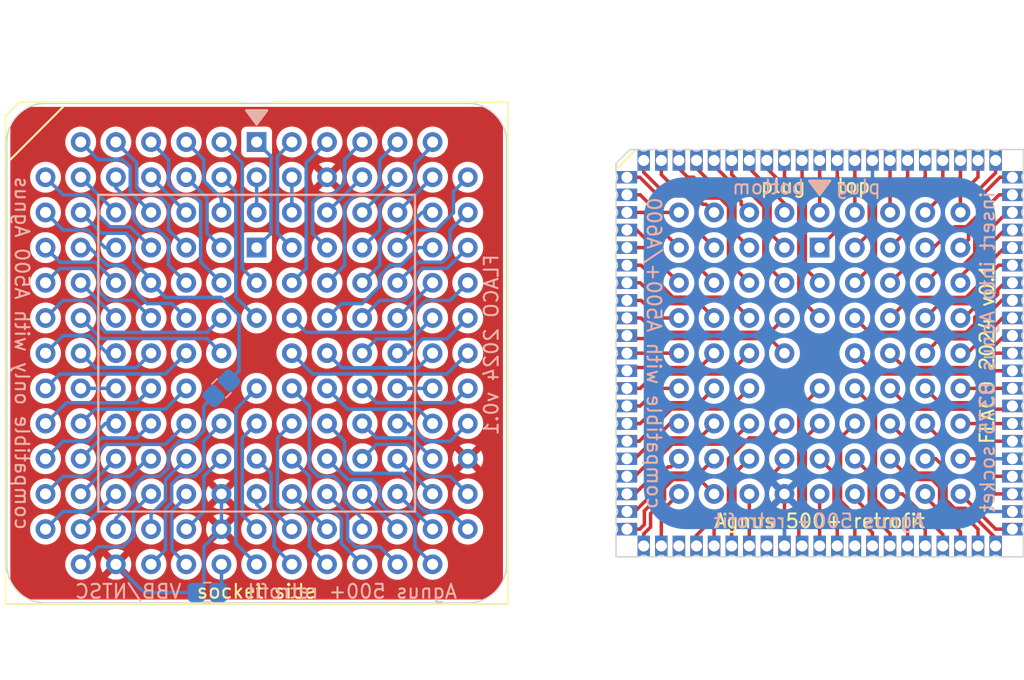
<source format=kicad_pcb>
(kicad_pcb (version 20240108) (generator "pcbnew") (generator_version "8.0")
  (title_block (title "A500+ Agnus retrofit TH version") (date "2024-03-07") (rev "0.1") (company "FLACO 2024 CC-BY-NC-SA") (comment 1 "Agnus 8371/8372A on A500+ motherboard"))
  (layers (0 "F.Cu" signal) (31 "B.Cu" signal) (34 "B.Paste" user) (35 "F.Paste" user) (36 "B.SilkS" user "B.Silkscreen") (37 "F.SilkS" user "F.Silkscreen") (38 "B.Mask" user) (39 "F.Mask" user) (44 "Edge.Cuts" user))
  (net 0 "")
  (net 1 "/TEST")
  (net 2 "GND")
  (net 3 "+5V")
  (net 4 "/_XCLKEN")
  (net 5 "/DRD13")
  (net 6 "/DRD12")
  (net 7 "/DRD11")
  (net 8 "/DRD10")
  (net 9 "/DRD9")
  (net 10 "/DRD8")
  (net 11 "/DRD7")
  (net 12 "/DRD6")
  (net 13 "/DRD5")
  (net 14 "/DRD4")
  (net 15 "/DRD3")
  (net 16 "/DRD2")
  (net 17 "/DRD1")
  (net 18 "/DRD0")
  (net 19 "/_RESET")
  (net 20 "/_INTR")
  (net 21 "/_DMAL")
  (net 22 "/_BLISS")
  (net 23 "/_BLIT")
  (net 24 "/_WE")
  (net 25 "/RW")
  (net 26 "/_REGEN")
  (net 27 "/AS")
  (net 28 "/_RAMEN")
  (net 29 "/RGA8")
  (net 30 "/RGA7")
  (net 31 "/RGA6")
  (net 32 "/RGA5")
  (net 33 "/RGA4")
  (net 34 "/RGA3")
  (net 35 "/RGA2")
  (net 36 "/RGA1")
  (net 37 "/28MHZ")
  (net 38 "/_CDAC")
  (net 39 "/7MHZ")
  (net 40 "/_CCKQ")
  (net 41 "/_CCK")
  (net 42 "/DRA0")
  (net 43 "/DRA1")
  (net 44 "/DRA2")
  (net 45 "/DRA3")
  (net 46 "/DRA4")
  (net 47 "/DRA5")
  (net 48 "/DRA6")
  (net 49 "/DRA7")
  (net 50 "/DRA8")
  (net 51 "/_LDS")
  (net 52 "/_UDS")
  (net 53 "/_CASL")
  (net 54 "/_CASU")
  (net 55 "/_RAS1")
  (net 56 "/_RAS0")
  (net 57 "/A19")
  (net 58 "/A1")
  (net 59 "/A2")
  (net 60 "/A3")
  (net 61 "/A4")
  (net 62 "/A5")
  (net 63 "/A6")
  (net 64 "/A7")
  (net 65 "/A8")
  (net 66 "/A9")
  (net 67 "/A10")
  (net 68 "/A11")
  (net 69 "/A12")
  (net 70 "/A13")
  (net 71 "/A14")
  (net 72 "/A15")
  (net 73 "/A16")
  (net 74 "/A17")
  (net 75 "/A18")
  (net 76 "/_LPEN")
  (net 77 "/VSYNC")
  (net 78 "/_CSYNC")
  (net 79 "/_HSYNC")
  (net 80 "/DRD15")
  (net 81 "/DRD14")
  (net 83 "/A20")
  (footprint "Sassa:A500+_Agnus_retrofit_interconnect" (layer "F.Cu") (at 137.16 93.98)
    (property "Reference" "J2" (hide yes))
    (property "Value" "Interconnect")
  )
  (footprint "Sassa:A500+_Agnus_retrofit_interconnect" (layer "F.Cu") (at 177.8 93.98)
    (property "Reference" "J1" (hide yes))
    (property "Value" "Interconnect")
  )
  (footprint "Package_LCC:PLCC-84_THT-Socket" (layer "F.Cu") (at 137.16 78.74)
    (property "Reference" "U2" (hide yes))
    (property "Value" "Agnus 8371 socket")
  )
  (footprint "Sassa:A500+_Agnus_retrofit_plug" (layer "F.Cu") (at 177.8 93.98)
    (property "Reference" "U1" (hide yes))
    (property "Value" "Agnus 8375 plug")
  )
  (footprint "Sassa:C_0805_2012Metric_shortable" (layer "B.Cu") (at 134.62 96.52 -135)
    (property "Reference" "R1" (hide yes))
    (property "Value" "4.7K")
  )
  (footprint "Sassa:C_0805_2012Metric_shortable" (layer "B.Cu") (at 133.604 111.252 180)
    (property "Reference" "C1" (hide yes))
    (property "Value" "0.1uF")
  )
  (gr_poly (pts (xy 137.16 77.47) (xy 136.398 76.454) (xy 137.922 76.454)) (stroke (width 0.15)) (fill solid) (layer "B.SilkS"))
  (gr_poly (pts (xy 177.8 82.55) (xy 177.038 81.534) (xy 178.562 81.534)) (stroke (width 0.15)) (fill solid) (layer "B.SilkS"))
  (gr_rect (start 125.73 82.55) (end 148.59 105.41) (stroke (width 0.15)) (fill none) (layer "B.SilkS"))
  (gr_poly (pts (xy 177.8 82.55) (xy 177.038 81.534) (xy 178.562 81.534)) (stroke (width 0.15)) (fill solid) (layer "F.SilkS"))
  (gr_line (start 123.19 76.2) (end 119.38 80.01) (stroke (width 0.15)) (layer "F.SilkS"))
  (gr_line (start 164.465 79.375) (end 163.195 80.645) (stroke (width 0.15)) (layer "F.SilkS"))
  (gr_poly (pts (xy 137.16 77.47) (xy 136.398 76.454) (xy 137.922 76.454)) (stroke (width 0.15)) (fill solid) (layer "F.SilkS"))
  (gr_rect (start 125.73 82.55) (end 148.59 105.41) (stroke (width 0.15)) (fill none) (layer "F.SilkS"))
  (gr_arc (start 163.099999 84.8145) (mid 163.209999 85.089999) (end 163.1 85.365498) (stroke (width 0.1)) (layer "Edge.Cuts"))
  (gr_line (start 190.775499 79.279998) (end 192.5 79.279999) (stroke (width 0.1)) (layer "Edge.Cuts"))
  (gr_arc (start 164.824501 108.68) (mid 165.1 108.57) (end 165.375499 108.679999) (stroke (width 0.1)) (layer "Edge.Cuts"))
  (gr_line (start 190.775499 108.679999) (end 192.5 108.679999) (stroke (width 0.1)) (layer "Edge.Cuts"))
  (gr_line (start 171.174501 108.68) (end 170.455499 108.679999) (stroke (width 0.1)) (layer "Edge.Cuts"))
  (gr_arc (start 192.500001 96.795498) (mid 192.390002 96.52) (end 192.5 96.2445) (stroke (width 0.1)) (layer "Edge.Cuts"))
  (gr_line (start 168.634501 108.68) (end 167.915499 108.679999) (stroke (width 0.1)) (layer "Edge.Cuts"))
  (gr_arc (start 192.500001 99.335498) (mid 192.390002 99.06) (end 192.5 98.7845) (stroke (width 0.1)) (layer "Edge.Cuts"))
  (gr_arc (start 163.099999 82.2745) (mid 163.209999 82.549999) (end 163.1 82.825498) (stroke (width 0.1)) (layer "Edge.Cuts"))
  (gr_line (start 192.500001 95.525498) (end 192.5 96.2445) (stroke (width 0.1)) (layer "Edge.Cuts"))
  (gr_line (start 192.500001 82.825498) (end 192.5 83.5445) (stroke (width 0.1)) (layer "Edge.Cuts"))
  (gr_line (start 164.824501 79.279999) (end 164.1 79.279999) (stroke (width 0.1)) (layer "Edge.Cuts"))
  (gr_line (start 119.126 78.74) (end 119.126 109.22) (stroke (width 0.1)) (layer "Edge.Cuts"))
  (gr_arc (start 163.099999 83.5445) (mid 163.209999 83.819999) (end 163.1 84.095498) (stroke (width 0.1)) (layer "Edge.Cuts"))
  (gr_arc (start 183.874501 108.68) (mid 184.15 108.57) (end 184.425499 108.679999) (stroke (width 0.1)) (layer "Edge.Cuts"))
  (gr_arc (start 172.444501 108.68) (mid 172.72 108.57) (end 172.995499 108.679999) (stroke (width 0.1)) (layer "Edge.Cuts"))
  (gr_line (start 174.265499 79.279998) (end 174.984501 79.279999) (stroke (width 0.1)) (layer "Edge.Cuts"))
  (gr_line (start 192.500001 104.415498) (end 192.5 105.1345) (stroke (width 0.1)) (layer "Edge.Cuts"))
  (gr_arc (start 187.684501 108.68) (mid 187.96 108.57) (end 188.235499 108.679999) (stroke (width 0.1)) (layer "Edge.Cuts"))
  (gr_arc (start 175.535499 79.279998) (mid 175.26 79.389998) (end 174.984501 79.279999) (stroke (width 0.1)) (layer "Edge.Cuts"))
  (gr_arc (start 192.500001 101.875498) (mid 192.390002 101.6) (end 192.5 101.3245) (stroke (width 0.1)) (layer "Edge.Cuts"))
  (gr_line (start 172.995499 79.279998) (end 173.714501 79.279999) (stroke (width 0.1)) (layer "Edge.Cuts"))
  (gr_line (start 163.099999 98.7845) (end 163.1 98.065498) (stroke (width 0.1)) (layer "Edge.Cuts"))
  (gr_line (start 165.375499 79.279998) (end 166.094501 79.279999) (stroke (width 0.1)) (layer "Edge.Cuts"))
  (gr_arc (start 189.505499 79.279998) (mid 189.23 79.389998) (end 188.954501 79.279999) (stroke (width 0.1)) (layer "Edge.Cuts"))
  (gr_arc (start 119.126 78.74) (mid 119.944344 76.764344) (end 121.92 75.946) (stroke (width 0.1)) (layer "Edge.Cuts"))
  (gr_line (start 187.684501 108.68) (end 186.965499 108.679999) (stroke (width 0.1)) (layer "Edge.Cuts"))
  (gr_arc (start 183.155499 79.279998) (mid 182.88 79.389998) (end 182.604501 79.279999) (stroke (width 0.1)) (layer "Edge.Cuts"))
  (gr_arc (start 184.425499 79.279998) (mid 184.15 79.389998) (end 183.874501 79.279999) (stroke (width 0.1)) (layer "Edge.Cuts"))
  (gr_line (start 163.099999 91.1645) (end 163.1 90.445498) (stroke (width 0.1)) (layer "Edge.Cuts"))
  (gr_arc (start 178.075499 79.279998) (mid 177.8 79.389998) (end 177.524501 79.279999) (stroke (width 0.1)) (layer "Edge.Cuts"))
  (gr_line (start 163.099999 102.5945) (end 163.1 101.875498) (stroke (width 0.1)) (layer "Edge.Cuts"))
  (gr_line (start 163.099999 97.5145) (end 163.1 96.795498) (stroke (width 0.1)) (layer "Edge.Cuts"))
  (gr_line (start 152.4 75.946) (end 121.92 75.946) (stroke (width 0.1)) (layer "Edge.Cuts"))
  (gr_arc (start 168.634501 108.68) (mid 168.91 108.57) (end 169.185499 108.679999) (stroke (width 0.1)) (layer "Edge.Cuts"))
  (gr_line (start 183.155499 79.279998) (end 183.874501 79.279999) (stroke (width 0.1)) (layer "Edge.Cuts"))
  (gr_arc (start 163.099999 106.4045) (mid 163.209999 106.679999) (end 163.1 106.955498) (stroke (width 0.1)) (layer "Edge.Cuts"))
  (gr_arc (start 172.995499 79.279998) (mid 172.72 79.389998) (end 172.444501 79.279999) (stroke (width 0.1)) (layer "Edge.Cuts"))
  (gr_arc (start 169.185499 79.279998) (mid 168.91 79.389998) (end 168.634501 79.279999) (stroke (width 0.1)) (layer "Edge.Cuts"))
  (gr_arc (start 188.235499 79.279998) (mid 187.96 79.389998) (end 187.684501 79.279999) (stroke (width 0.1)) (layer "Edge.Cuts"))
  (gr_arc (start 163.099999 98.7845) (mid 163.209999 99.059999) (end 163.1 99.335498) (stroke (width 0.1)) (layer "Edge.Cuts"))
  (gr_line (start 185.695499 79.279998) (end 186.414501 79.279999) (stroke (width 0.1)) (layer "Edge.Cuts"))
  (gr_line (start 186.965499 79.279998) (end 187.684501 79.279999) (stroke (width 0.1)) (layer "Edge.Cuts"))
  (gr_line (start 192.500001 96.795498) (end 192.5 97.5145) (stroke (width 0.1)) (layer "Edge.Cuts"))
  (gr_line (start 192.500001 105.685498) (end 192.5 106.4045) (stroke (width 0.1)) (layer "Edge.Cuts"))
  (gr_arc (start 180.064501 108.68) (mid 180.34 108.57) (end 180.615499 108.679999) (stroke (width 0.1)) (layer "Edge.Cuts"))
  (gr_line (start 192.5 81.0045) (end 192.5 79.279999) (stroke (width 0.1)) (layer "Edge.Cuts"))
  (gr_arc (start 192.500001 91.715498) (mid 192.390002 91.44) (end 192.5 91.1645) (stroke (width 0.1)) (layer "Edge.Cuts"))
  (gr_line (start 192.500001 91.715498) (end 192.5 92.4345) (stroke (width 0.1)) (layer "Edge.Cuts"))
  (gr_arc (start 192.500001 84.095498) (mid 192.390002 83.82) (end 192.5 83.5445) (stroke (width 0.1)) (layer "Edge.Cuts"))
  (gr_arc (start 192.500001 94.255498) (mid 192.390002 93.98) (end 192.5 93.7045) (stroke (width 0.1)) (layer "Edge.Cuts"))
  (gr_line (start 171.725499 79.279998) (end 172.444501 79.279999) (stroke (width 0.1)) (layer "Edge.Cuts"))
  (gr_arc (start 163.099999 89.8945) (mid 163.209999 90.169999) (end 163.1 90.445498) (stroke (width 0.1)) (layer "Edge.Cuts"))
  (gr_line (start 192.500001 101.875498) (end 192.5 102.5945) (stroke (width 0.1)) (layer "Edge.Cuts"))
  (gr_arc (start 170.455499 79.279998) (mid 170.18 79.389998) (end 169.904501 79.279999) (stroke (width 0.1)) (layer "Edge.Cuts"))
  (gr_line (start 192.500001 103.145498) (end 192.5 103.8645) (stroke (width 0.1)) (layer "Edge.Cuts"))
  (gr_line (start 164.824501 108.68) (end 163.1 108.679999) (stroke (width 0.1)) (layer "Edge.Cuts"))
  (gr_line (start 163.099999 88.6245) (end 163.1 87.905498) (stroke (width 0.1)) (layer "Edge.Cuts"))
  (gr_arc (start 163.099999 91.1645) (mid 163.209999 91.439999) (end 163.1 91.715498) (stroke (width 0.1)) (layer "Edge.Cuts"))
  (gr_line (start 169.904501 108.68) (end 169.185499 108.679999) (stroke (width 0.1)) (layer "Edge.Cuts"))
  (gr_arc (start 181.334501 108.68) (mid 181.61 108.57) (end 181.885499 108.679999) (stroke (width 0.1)) (layer "Edge.Cuts"))
  (gr_arc (start 192.500001 92.985498) (mid 192.390002 92.71) (end 192.5 92.4345) (stroke (width 0.1)) (layer "Edge.Cuts"))
  (gr_arc (start 163.099999 101.3245) (mid 163.209999 101.599999) (end 163.1 101.875498) (stroke (width 0.1)) (layer "Edge.Cuts"))
  (gr_arc (start 163.099999 93.7045) (mid 163.209999 93.979999) (end 163.1 94.255498) (stroke (width 0.1)) (layer "Edge.Cuts"))
  (gr_arc (start 192.500001 87.905498) (mid 192.390002 87.63) (end 192.5 87.3545) (stroke (width 0.1)) (layer "Edge.Cuts"))
  (gr_line (start 183.874501 108.68) (end 183.155499 108.679999) (stroke (width 0.1)) (layer "Edge.Cuts"))
  (gr_arc (start 192.500001 100.605498) (mid 192.390002 100.33) (end 192.5 100.0545) (stroke (width 0.1)) (layer "Edge.Cuts"))
  (gr_line (start 169.185499 79.279998) (end 169.904501 79.279999) (stroke (width 0.1)) (layer "Edge.Cuts"))
  (gr_arc (start 152.4 75.946) (mid 154.375656 76.764344) (end 155.194 78.74) (stroke (width 0.1)) (layer "Edge.Cuts"))
  (gr_line (start 163.099999 84.8145) (end 163.1 84.095498) (stroke (width 0.1)) (layer "Edge.Cuts"))
  (gr_line (start 163.099999 100.0545) (end 163.1 99.335498) (stroke (width 0.1)) (layer "Edge.Cuts"))
  (gr_arc (start 192.500001 104.415498) (mid 192.390002 104.14) (end 192.5 103.8645) (stroke (width 0.1)) (layer "Edge.Cuts"))
  (gr_arc (start 163.099999 96.2445) (mid 163.209999 96.519999) (end 163.1 96.795498) (stroke (width 0.1)) (layer "Edge.Cuts"))
  (gr_arc (start 163.099999 86.0845) (mid 163.209999 86.359999) (end 163.1 86.635498) (stroke (width 0.1)) (layer "Edge.Cuts"))
  (gr_arc (start 192.500001 82.825498) (mid 192.390002 82.55) (end 192.5 82.2745) (stroke (width 0.1)) (layer "Edge.Cuts"))
  (gr_arc (start 171.725499 79.279998) (mid 171.45 79.389998) (end 171.174501 79.279999) (stroke (width 0.1)) (layer "Edge.Cuts"))
  (gr_line (start 173.714501 108.68) (end 172.995499 108.679999) (stroke (width 0.1)) (layer "Edge.Cuts"))
  (gr_line (start 163.099999 105.1345) (end 163.1 104.415498) (stroke (width 0.1)) (layer "Edge.Cuts"))
  (gr_line (start 163.099999 101.3245) (end 163.1 100.605498) (stroke (width 0.1)) (layer "Edge.Cuts"))
  (gr_arc (start 192.500001 89.175498) (mid 192.390002 88.9) (end 192.5 88.6245) (stroke (width 0.1)) (layer "Edge.Cuts"))
  (gr_arc (start 163.099999 88.6245) (mid 163.209999 88.899999) (end 163.1 89.175498) (stroke (width 0.1)) (layer "Edge.Cuts"))
  (gr_line (start 163.099999 96.2445) (end 163.1 95.525498) (stroke (width 0.1)) (layer "Edge.Cuts"))
  (gr_arc (start 190.775499 79.279998) (mid 190.5 79.389998) (end 190.224501 79.279999) (stroke (width 0.1)) (layer "Edge.Cuts"))
  (gr_line (start 163.099999 103.8645) (end 163.1 103.145498) (stroke (width 0.1)) (layer "Edge.Cuts"))
  (gr_line (start 189.505499 79.279998) (end 190.224501 79.279999) (stroke (width 0.1)) (layer "Edge.Cuts"))
  (gr_arc (start 167.915499 79.279998) (mid 167.64 79.389998) (end 167.364501 79.279999) (stroke (width 0.1)) (layer "Edge.Cuts"))
  (gr_line (start 178.794501 108.68) (end 178.075499 108.679999) (stroke (width 0.1)) (layer "Edge.Cuts"))
  (gr_line (start 179.345499 79.279998) (end 180.064501 79.279999) (stroke (width 0.1)) (layer "Edge.Cuts"))
  (gr_line (start 180.064501 108.68) (end 179.345499 108.679999) (stroke (width 0.1)) (layer "Edge.Cuts"))
  (gr_arc (start 192.500001 86.635498) (mid 192.390002 86.36) (end 192.5 86.0845) (stroke (width 0.1)) (layer "Edge.Cuts"))
  (gr_line (start 166.645499 79.279998) (end 167.364501 79.279999) (stroke (width 0.1)) (layer "Edge.Cuts"))
  (gr_arc (start 174.984501 108.68) (mid 175.26 108.57) (end 175.535499 108.679999) (stroke (width 0.1)) (layer "Edge.Cuts"))
  (gr_line (start 163.099999 82.2745) (end 163.1 81.555498) (stroke (width 0.1)) (layer "Edge.Cuts"))
  (gr_line (start 163.099999 86.0845) (end 163.1 85.365498) (stroke (width 0.1)) (layer "Edge.Cuts"))
  (gr_line (start 192.500001 81.555498) (end 192.5 82.2745) (stroke (width 0.1)) (layer "Edge.Cuts"))
  (gr_line (start 192.500001 90.445498) (end 192.5 91.1645) (stroke (width 0.1)) (layer "Edge.Cuts"))
  (gr_line (start 163.099999 89.8945) (end 163.1 89.175498) (stroke (width 0.1)) (layer "Edge.Cuts"))
  (gr_arc (start 176.805499 79.279998) (mid 176.53 79.389998) (end 176.254501 79.279999) (stroke (width 0.1)) (layer "Edge.Cuts"))
  (gr_arc (start 163.099999 105.1345) (mid 163.209999 105.409999) (end 163.1 105.685498) (stroke (width 0.1)) (layer "Edge.Cuts"))
  (gr_arc (start 192.500001 105.685498) (mid 192.390002 105.41) (end 192.5 105.1345) (stroke (width 0.1)) (layer "Edge.Cuts"))
  (gr_line (start 177.524501 108.68) (end 176.805499 108.679999) (stroke (width 0.1)) (layer "Edge.Cuts"))
  (gr_arc (start 185.695499 79.279998) (mid 185.42 79.389998) (end 185.144501 79.279999) (stroke (width 0.1)) (layer "Edge.Cuts"))
  (gr_arc (start 177.524501 108.68) (mid 177.8 108.57) (end 178.075499 108.679999) (stroke (width 0.1)) (layer "Edge.Cuts"))
  (gr_line (start 185.144501 108.68) (end 184.425499 108.679999) (stroke (width 0.1)) (layer "Edge.Cuts"))
  (gr_arc (start 179.345499 79.279998) (mid 179.07 79.389998) (end 178.794501 79.279999) (stroke (width 0.1)) (layer "Edge.Cuts"))
  (gr_line (start 176.805499 79.279998) (end 177.524501 79.279999) (stroke (width 0.1)) (layer "Edge.Cuts"))
  (gr_arc (start 186.965499 79.279998) (mid 186.69 79.389998) (end 186.414501 79.279999) (stroke (width 0.1)) (layer "Edge.Cuts"))
  (gr_arc (start 163.099999 103.8645) (mid 163.209999 104.139999) (end 163.1 104.415498) (stroke (width 0.1)) (layer "Edge.Cuts"))
  (gr_line (start 167.364501 108.68) (end 166.645499 108.679999) (stroke (width 0.1)) (layer "Edge.Cuts"))
  (gr_line (start 170.455499 79.279998) (end 171.174501 79.279999) (stroke (width 0.1)) (layer "Edge.Cuts"))
  (gr_line (start 192.500001 94.255498) (end 192.5 94.9745) (stroke (width 0.1)) (layer "Edge.Cuts"))
  (gr_arc (start 192.500001 106.955498) (mid 192.390002 106.68) (end 192.5 106.4045) (stroke (width 0.1)) (layer "Edge.Cuts"))
  (gr_arc (start 192.500001 90.445498) (mid 192.390002 90.17) (end 192.5 89.8945) (stroke (width 0.1)) (layer "Edge.Cuts"))
  (gr_arc (start 192.500001 85.365498) (mid 192.390002 85.09) (end 192.5 84.8145) (stroke (width 0.1)) (layer "Edge.Cuts"))
  (gr_line (start 163.1 80.279999) (end 164.1 79.279999) (stroke (width 0.1)) (layer "Edge.Cuts"))
  (gr_line (start 188.235499 79.279998) (end 188.954501 79.279999) (stroke (width 0.1)) (layer "Edge.Cuts"))
  (gr_arc (start 169.904501 108.68) (mid 170.18 108.57) (end 170.455499 108.679999) (stroke (width 0.1)) (layer "Edge.Cuts"))
  (gr_line (start 163.099999 81.0045) (end 163.1 80.279999) (stroke (width 0.1)) (layer "Edge.Cuts"))
  (gr_line (start 174.984501 108.68) (end 174.265499 108.679999) (stroke (width 0.1)) (layer "Edge.Cuts"))
  (gr_arc (start 188.954501 108.68) (mid 189.23 108.57) (end 189.505499 108.679999) (stroke (width 0.1)) (layer "Edge.Cuts"))
  (gr_arc (start 173.714501 108.68) (mid 173.99 108.57) (end 174.265499 108.679999) (stroke (width 0.1)) (layer "Edge.Cuts"))
  (gr_line (start 181.334501 108.68) (end 180.615499 108.679999) (stroke (width 0.1)) (layer "Edge.Cuts"))
  (gr_line (start 184.425499 79.279998) (end 185.144501 79.279999) (stroke (width 0.1)) (layer "Edge.Cuts"))
  (gr_arc (start 176.254501 108.68) (mid 176.53 108.57) (end 176.805499 108.679999) (stroke (width 0.1)) (layer "Edge.Cuts"))
  (gr_arc (start 163.099999 87.3545) (mid 163.209999 87.629999) (end 163.1 87.905498) (stroke (width 0.1)) (layer "Edge.Cuts"))
  (gr_line (start 180.615499 79.279998) (end 181.334501 79.279999) (stroke (width 0.1)) (layer "Edge.Cuts"))
  (gr_line (start 167.915499 79.279998) (end 168.634501 79.279999) (stroke (width 0.1)) (layer "Edge.Cuts"))
  (gr_arc (start 174.265499 79.279998) (mid 173.99 79.389998) (end 173.714501 79.279999) (stroke (width 0.1)) (layer "Edge.Cuts"))
  (gr_line (start 192.500001 85.365498) (end 192.5 86.0845) (stroke (width 0.1)) (layer "Edge.Cuts"))
  (gr_arc (start 180.615499 79.279998) (mid 180.34 79.389998) (end 180.064501 79.279999) (stroke (width 0.1)) (layer "Edge.Cuts"))
  (gr_line (start 192.500001 99.335498) (end 192.5 100.0545) (stroke (width 0.1)) (layer "Edge.Cuts"))
  (gr_line (start 182.604501 108.68) (end 181.885499 108.679999) (stroke (width 0.1)) (layer "Edge.Cuts"))
  (gr_line (start 192.500001 92.985498) (end 192.5 93.7045) (stroke (width 0.1)) (layer "Edge.Cuts"))
  (gr_line (start 192.500001 100.605498) (end 192.5 101.3245) (stroke (width 0.1)) (layer "Edge.Cuts"))
  (gr_line (start 155.194 109.22) (end 155.194 78.74) (stroke (width 0.1)) (layer "Edge.Cuts"))
  (gr_arc (start 163.099999 81.0045) (mid 163.209999 81.279999) (end 163.1 81.555498) (stroke (width 0.1)) (layer "Edge.Cuts"))
  (gr_line (start 163.099999 93.7045) (end 163.1 92.985498) (stroke (width 0.1)) (layer "Edge.Cuts"))
  (gr_arc (start 163.099999 102.5945) (mid 163.209999 102.869999) (end 163.1 103.145498) (stroke (width 0.1)) (layer "Edge.Cuts"))
  (gr_arc (start 163.099999 100.0545) (mid 163.209999 100.329999) (end 163.1 100.605498) (stroke (width 0.1)) (layer "Edge.Cuts"))
  (gr_arc (start 166.645499 79.279998) (mid 166.37 79.389998) (end 166.094501 79.279999) (stroke (width 0.1)) (layer "Edge.Cuts"))
  (gr_arc (start 171.174501 108.68) (mid 171.45 108.57) (end 171.725499 108.679999) (stroke (width 0.1)) (layer "Edge.Cuts"))
  (gr_arc (start 167.364501 108.68) (mid 167.64 108.57) (end 167.915499 108.679999) (stroke (width 0.1)) (layer "Edge.Cuts"))
  (gr_arc (start 165.375499 79.279998) (mid 165.1 79.389998) (end 164.824501 79.279999) (stroke (width 0.1)) (layer "Edge.Cuts"))
  (gr_line (start 175.535499 79.279998) (end 176.254501 79.279999) (stroke (width 0.1)) (layer "Edge.Cuts"))
  (gr_line (start 178.075499 79.279998) (end 178.794501 79.279999) (stroke (width 0.1)) (layer "Edge.Cuts"))
  (gr_arc (start 182.604501 108.68) (mid 182.88 108.57) (end 183.155499 108.679999) (stroke (width 0.1)) (layer "Edge.Cuts"))
  (gr_line (start 163.1 106.955498) (end 163.1 108.679999) (stroke (width 0.1)) (layer "Edge.Cuts"))
  (gr_arc (start 163.099999 92.4345) (mid 163.209999 92.709999) (end 163.1 92.985498) (stroke (width 0.1)) (layer "Edge.Cuts"))
  (gr_arc (start 178.794501 108.68) (mid 179.07 108.57) (end 179.345499 108.679999) (stroke (width 0.1)) (layer "Edge.Cuts"))
  (gr_line (start 192.500001 106.955498) (end 192.5 108.679999) (stroke (width 0.1)) (layer "Edge.Cuts"))
  (gr_line (start 192.500001 84.095498) (end 192.5 84.8145) (stroke (width 0.1)) (layer "Edge.Cuts"))
  (gr_line (start 192.500001 89.175498) (end 192.5 89.8945) (stroke (width 0.1)) (layer "Edge.Cuts"))
  (gr_line (start 163.099999 92.4345) (end 163.1 91.715498) (stroke (width 0.1)) (layer "Edge.Cuts"))
  (gr_arc (start 192.500001 81.555498) (mid 192.390002 81.28) (end 192.5 81.0045) (stroke (width 0.1)) (layer "Edge.Cuts"))
  (gr_line (start 163.099999 83.5445) (end 163.1 82.825498) (stroke (width 0.1)) (layer "Edge.Cuts"))
  (gr_line (start 172.444501 108.68) (end 171.725499 108.679999) (stroke (width 0.1)) (layer "Edge.Cuts"))
  (gr_line (start 121.92 112.014) (end 152.4 112.014) (stroke (width 0.1)) (layer "Edge.Cuts"))
  (gr_arc (start 121.92 112.014) (mid 119.944344 111.195656) (end 119.126 109.22) (stroke (width 0.1)) (layer "Edge.Cuts"))
  (gr_arc (start 163.099999 94.9745) (mid 163.209999 95.249999) (end 163.1 95.525498) (stroke (width 0.1)) (layer "Edge.Cuts"))
  (gr_line (start 166.094501 108.68) (end 165.375499 108.679999) (stroke (width 0.1)) (layer "Edge.Cuts"))
  (gr_arc (start 192.500001 95.525498) (mid 192.390002 95.25) (end 192.5 94.9745) (stroke (width 0.1)) (layer "Edge.Cuts"))
  (gr_arc (start 185.144501 108.68) (mid 185.42 108.57) (end 185.695499 108.679999) (stroke (width 0.1)) (layer "Edge.Cuts"))
  (gr_line (start 192.500001 86.635498) (end 192.5 87.3545) (stroke (width 0.1)) (layer "Edge.Cuts"))
  (gr_line (start 188.954501 108.68) (end 188.235499 108.679999) (stroke (width 0.1)) (layer "Edge.Cuts"))
  (gr_line (start 192.500001 98.065498) (end 192.5 98.7845) (stroke (width 0.1)) (layer "Edge.Cuts"))
  (gr_arc (start 192.500001 103.145498) (mid 192.390002 102.87) (end 192.5 102.5945) (stroke (width 0.1)) (layer "Edge.Cuts"))
  (gr_arc (start 166.094501 108.68) (mid 166.37 108.57) (end 166.645499 108.679999) (stroke (width 0.1)) (layer "Edge.Cuts"))
  (gr_line (start 186.414501 108.68) (end 185.695499 108.679999) (stroke (width 0.1)) (layer "Edge.Cuts"))
  (gr_line (start 163.099999 87.3545) (end 163.1 86.635498) (stroke (width 0.1)) (layer "Edge.Cuts"))
  (gr_arc (start 155.194 109.22) (mid 154.375656 111.195656) (end 152.4 112.014) (stroke (width 0.1)) (layer "Edge.Cuts"))
  (gr_arc (start 192.500001 98.065498) (mid 192.390002 97.79) (end 192.5 97.5145) (stroke (width 0.1)) (layer "Edge.Cuts"))
  (gr_line (start 181.885499 79.279998) (end 182.604501 79.279999) (stroke (width 0.1)) (layer "Edge.Cuts"))
  (gr_arc (start 181.885499 79.279998) (mid 181.61 79.389998) (end 181.334501 79.279999) (stroke (width 0.1)) (layer "Edge.Cuts"))
  (gr_line (start 163.099999 106.4045) (end 163.1 105.685498) (stroke (width 0.1)) (layer "Edge.Cuts"))
  (gr_line (start 190.224501 108.68) (end 189.505499 108.679999) (stroke (width 0.1)) (layer "Edge.Cuts"))
  (gr_arc (start 190.224501 108.68) (mid 190.5 108.57) (end 190.775499 108.679999) (stroke (width 0.1)) (layer "Edge.Cuts"))
  (gr_line (start 163.099999 94.9745) (end 163.1 94.255498) (stroke (width 0.1)) (layer "Edge.Cuts"))
  (gr_arc (start 163.099999 97.5145) (mid 163.209999 97.789999) (end 163.1 98.065498) (stroke (width 0.1)) (layer "Edge.Cuts"))
  (gr_line (start 176.254501 108.68) (end 175.535499 108.679999) (stroke (width 0.1)) (layer "Edge.Cuts"))
  (gr_line (start 192.500001 87.905498) (end 192.5 88.6245) (stroke (width 0.1)) (layer "Edge.Cuts"))
  (gr_arc (start 186.414501 108.68) (mid 186.69 108.57) (end 186.965499 108.679999) (stroke (width 0.1)) (layer "Edge.Cuts"))
  (gr_text "Agnus 500+ retrofit" (at 177.75 106.68 0) (layer "B.SilkS") (effects (font (size 1 1)) (justify bottom mirror)))
  (gr_text "FLACO 2024 v0.1" (at 154.686 93.37825 90) (layer "B.SilkS") (effects (font (size 1 1)) (justify bottom mirror)))
  (gr_text "Agnus 500+ retrofit" (at 144.018 111.76 -0) (layer "B.SilkS") (effects (font (size 1 1)) (justify bottom mirror)))
  (gr_text "compatible only with A500 Agnus" (at 119.634 93.98 270) (layer "B.SilkS") (effects (font (size 1 1)) (justify bottom mirror)))
  (gr_text "compatible with A500+/A600" (at 165.25 93.98 270) (layer "B.SilkS") (effects (font (size 1 1)) (justify bottom mirror)))
  (gr_text "insert into Agnus 8375 socket" (at 190.5 93.88625 90) (layer "B.SilkS") (effects (font (size 1 1)) (justify bottom mirror)))
  (gr_text "VBB/NTSC" (at 131.826 111.76 0) (layer "B.SilkS") (effects (font (size 1 1)) (justify left bottom mirror)))
  (gr_text "plug   bottom" (at 176.8475 82 0) (layer "B.SilkS") (effects (font (size 1 1)) (justify mirror)))
  (gr_text "FLACO 2024 v0.1" (at 190.46675 94.01325 90) (layer "F.SilkS") (effects (font (size 1 1)) (justify bottom)))
  (gr_text "Agnus 500+ retrofit" (at 177.8 106.68 0) (layer "F.SilkS") (effects (font (size 1 1)) (justify bottom)))
  (gr_text "plug   top" (at 177.5 81.915 0) (layer "F.SilkS") (effects (font (size 1 1))))
  (gr_text "socket side" (at 137.16 111.76 0) (layer "F.SilkS") (effects (font (size 1 1)) (justify bottom)))
  (segment (start 134.62 109.22) (end 134.62 111.0247) (width 0.25) (layer "B.Cu") (net 1))
  (segment (start 134.62 111.0247) (end 134.3927 111.252) (width 0.25) (layer "B.Cu") (net 1))
  (segment (start 175.26 104.14) (end 175.26 107.8925) (width 0.25) (layer "F.Cu") (net 2))
  (segment (start 133.35 107.95) (end 133.35 110.7173) (width 0.25) (layer "B.Cu") (net 2))
  (segment (start 191.7125 105.41) (end 189.23 105.41) (width 0.25) (layer "B.Cu") (net 2))
  (segment (start 129.032 111.252) (end 132.8153 111.252) (width 0.25) (layer "B.Cu") (net 2))
  (segment (start 134.62 106.68) (end 133.35 107.95) (width 0.25) (layer "B.Cu") (net 2))
  (segment (start 134.62 106.68) (end 134.62 104.14) (width 0.25) (layer "B.Cu") (net 2))
  (segment (start 127 109.22) (end 129.032 111.252) (width 0.25) (layer "B.Cu") (net 2))
  (segment (start 175.26 107.8925) (end 175.26 105.41) (width 0.25) (layer "B.Cu") (net 2))
  (segment (start 191.7125 101.6) (end 189.23 101.6) (width 0.25) (layer "B.Cu") (net 2))
  (segment (start 181.61 80.0675) (end 181.61 82.55) (width 0.25) (layer "B.Cu") (net 2))
  (segment (start 133.35 110.7173) (end 132.8153 111.252) (width 0.25) (layer "B.Cu") (net 2))
  (segment (start 168.91 87.63) (end 170.18 88.9) (width 0.25) (layer "F.Cu") (net 3))
  (segment (start 163.8875 85.09) (end 164.592 85.09) (width 0.25) (layer "F.Cu") (net 3))
  (segment (start 164.592 85.09) (end 167.132 87.63) (width 0.25) (layer "F.Cu") (net 3))
  (segment (start 167.132 87.63) (end 168.91 87.63) (width 0.25) (layer "F.Cu") (net 3))
  (segment (start 134.599209 89.9538) (end 135.89 91.244591) (width 0.25) (layer "B.Cu") (net 3))
  (segment (start 129.54 88.9) (end 130.5938 89.9538) (width 0.25) (layer "B.Cu") (net 3))
  (segment (start 128.27 85.852) (end 128.27 87.376) (width 0.25) (layer "B.Cu") (net 3))
  (segment (start 127.7418 85.3238) (end 128.27 85.852) (width 0.25) (layer "B.Cu") (net 3))
  (segment (start 135.89 95.25) (end 135.177695 95.962305) (width 0.25) (layer "B.Cu") (net 3))
  (segment (start 125.9638 85.3238) (end 127.7418 85.3238) (width 0.25) (layer "B.Cu") (net 3))
  (segment (start 129.54 88.646) (end 129.54 88.9) (width 0.25) (layer "B.Cu") (net 3))
  (segment (start 130.5938 89.9538) (end 134.599209 89.9538) (width 0.25) (layer "B.Cu") (net 3))
  (segment (start 128.27 87.376) (end 129.54 88.646) (width 0.25) (layer "B.Cu") (net 3))
  (segment (start 124.46 83.82) (end 125.9638 85.3238) (width 0.25) (layer "B.Cu") (net 3))
  (segment (start 135.89 91.244591) (end 135.89 95.25) (width 0.25) (layer "B.Cu") (net 3))
  (segment (start 129.032 102.87) (end 130.173604 102.87) (width 0.25) (layer "B.Cu") (net 4))
  (segment (start 130.81 101.092) (end 131.572 100.33) (width 0.25) (layer "B.Cu") (net 4))
  (segment (start 133.35 99.568) (end 133.35 97.79) (width 0.25) (layer "B.Cu") (net 4))
  (segment (start 133.35 97.79) (end 134.062305 97.077695) (width 0.25) (layer "B.Cu") (net 4))
  (segment (start 128.27 103.632) (end 129.032 102.87) (width 0.25) (layer "B.Cu") (net 4))
  (segment (start 130.173604 102.87) (end 130.81 102.233604) (width 0.25) (layer "B.Cu") (net 4))
  (segment (start 127 105.918) (end 128.27 104.648) (width 0.25) (layer "B.Cu") (net 4))
  (segment (start 127 106.68) (end 127 105.918) (width 0.25) (layer "B.Cu") (net 4))
  (segment (start 131.572 100.33) (end 132.588 100.33) (width 0.25) (layer "B.Cu") (net 4))
  (segment (start 132.588 100.33) (end 133.35 99.568) (width 0.25) (layer "B.Cu") (net 4))
  (segment (start 130.81 102.233604) (end 130.81 101.092) (width 0.25) (layer "B.Cu") (net 4))
  (segment (start 128.27 104.648) (end 128.27 103.632) (width 0.25) (layer "B.Cu") (net 4))
  (segment (start 178.25 81.73) (end 178.25 81.718604) (width 0.25) (layer "F.Cu") (net 5))
  (segment (start 178.25 81.718604) (end 177.8 81.268604) (width 0.25) (layer "F.Cu") (net 5))
  (segment (start 177.8 86.36) (end 179.07 85.09) (width 0.25) (layer "F.Cu") (net 5))
  (segment (start 179.07 82.55) (end 178.25 81.73) (width 0.25) (layer "F.Cu") (net 5))
  (segment (start 177.8 81.268604) (end 177.8 80.0675) (width 0.25) (layer "F.Cu") (net 5))
  (segment (start 179.07 85.09) (end 179.07 82.55) (width 0.25) (layer "F.Cu") (net 5))
  (segment (start 137.16 78.74) (end 138.1962 79.7762) (width 0.25) (layer "B.Cu") (net 5))
  (segment (start 138.1962 85.3238) (end 137.16 86.36) (width 0.25) (layer "B.Cu") (net 5))
  (segment (start 138.1962 79.7762) (end 138.1962 85.3238) (width 0.25) (layer "B.Cu") (net 5))
  (segment (start 177.8 82.545) (end 176.53 81.275) (width 0.25) (layer "F.Cu") (net 6))
  (segment (start 176.53 81.275) (end 176.53 80.0675) (width 0.25) (layer "F.Cu") (net 6))
  (segment (start 177.8 83.82) (end 177.8 82.545) (width 0.25) (layer "F.Cu") (net 6))
  (segment (start 137.16 81.28) (end 137.16 83.82) (width 0.25) (layer "B.Cu") (net 6))
  (segment (start 176.7638 87.8638) (end 176.7638 82.772404) (width 0.25) (layer "F.Cu") (net 7))
  (segment (start 177.8 88.9) (end 176.7638 87.8638) (width 0.25) (layer "F.Cu") (net 7))
  (segment (start 175.26 81.268604) (end 175.26 80.0675) (width 0.25) (layer "F.Cu") (net 7))
  (segment (start 176.7638 82.772404) (end 175.26 81.268604) (width 0.25) (layer "F.Cu") (net 7))
  (segment (start 136.1238 80.2438) (end 136.1238 87.8638) (width 0.25) (layer "B.Cu") (net 7))
  (segment (start 134.62 78.74) (end 136.1238 80.2438) (width 0.25) (layer "B.Cu") (net 7))
  (segment (start 136.1238 87.8638) (end 137.16 88.9) (width 0.25) (layer "B.Cu") (net 7))
  (segment (start 176.276 84.328) (end 176.2962 84.3078) (width 0.25) (layer "F.Cu") (net 8))
  (segment (start 173.99 80.635) (end 173.99 80.0675) (width 0.25) (layer "F.Cu") (net 8))
  (segment (start 176.2962 84.3482) (end 176.276 84.328) (width 0.25) (layer "F.Cu") (net 8))
  (segment (start 176.2962 89.9362) (end 176.2962 84.3482) (width 0.25) (layer "F.Cu") (net 8))
  (segment (start 176.2962 82.9412) (end 173.99 80.635) (width 0.25) (layer "F.Cu") (net 8))
  (segment (start 176.2962 84.3078) (end 176.2962 82.9412) (width 0.25) (layer "F.Cu") (net 8))
  (segment (start 177.8 91.44) (end 176.2962 89.9362) (width 0.25) (layer "F.Cu") (net 8))
  (segment (start 135.6562 82.3162) (end 135.6562 89.9362) (width 0.25) (layer "B.Cu") (net 8))
  (segment (start 135.6562 89.9362) (end 137.16 91.44) (width 0.25) (layer "B.Cu") (net 8))
  (segment (start 134.62 81.28) (end 135.6562 82.3162) (width 0.25) (layer "B.Cu") (net 8))
  (segment (start 175.26 83.82) (end 175.26 83.175) (width 0.25) (layer "F.Cu") (net 9))
  (segment (start 172.72 80.635) (end 172.72 80.0675) (width 0.25) (layer "F.Cu") (net 9))
  (segment (start 175.26 83.175) (end 172.72 80.635) (width 0.25) (layer "F.Cu") (net 9))
  (segment (start 134.62 83.82) (end 134.62 82.804) (width 0.25) (layer "B.Cu") (net 9))
  (segment (start 133.35 80.01) (end 132.08 78.74) (width 0.25) (layer "B.Cu") (net 9))
  (segment (start 133.35 81.534) (end 133.35 80.01) (width 0.25) (layer "B.Cu") (net 9))
  (segment (start 134.62 82.804) (end 133.35 81.534) (width 0.25) (layer "B.Cu") (net 9))
  (segment (start 174.2238 85.3238) (end 174.2238 83.221995) (width 0.25) (layer "F.Cu") (net 10))
  (segment (start 171.835993 81.465) (end 171.45 81.079007) (width 0.25) (layer "F.Cu") (net 10))
  (segment (start 171.45 81.079007) (end 171.45 80.0675) (width 0.25) (layer "F.Cu") (net 10))
  (segment (start 172.466805 81.465) (end 171.835993 81.465) (width 0.25) (layer "F.Cu") (net 10))
  (segment (start 174.2238 83.221995) (end 172.466805 81.465) (width 0.25) (layer "F.Cu") (net 10))
  (segment (start 175.26 86.36) (end 174.2238 85.3238) (width 0.25) (layer "F.Cu") (net 10))
  (segment (start 134.62 86.36) (end 133.5838 85.3238) (width 0.25) (layer "B.Cu") (net 10))
  (segment (start 133.5838 82.7838) (end 132.08 81.28) (width 0.25) (layer "B.Cu") (net 10))
  (segment (start 133.5838 85.3238) (end 133.5838 82.7838) (width 0.25) (layer "B.Cu") (net 10))
  (segment (start 171.649597 81.915) (end 170.18 80.445403) (width 0.25) (layer "F.Cu") (net 11))
  (segment (start 170.18 80.445403) (end 170.18 80.0675) (width 0.25) (layer "F.Cu") (net 11))
  (segment (start 173.7738 87.4138) (end 173.7738 83.408391) (width 0.25) (layer "F.Cu") (net 11))
  (segment (start 173.7738 83.408391) (end 172.280409 81.915) (width 0.25) (layer "F.Cu") (net 11))
  (segment (start 172.280409 81.915) (end 171.649597 81.915) (width 0.25) (layer "F.Cu") (net 11))
  (segment (start 175.26 88.9) (end 173.7738 87.4138) (width 0.25) (layer "F.Cu") (net 11))
  (segment (start 132.588 82.55) (end 133.1162 83.0782) (width 0.25) (layer "B.Cu") (net 11))
  (segment (start 129.54 78.74) (end 130.81 80.01) (width 0.25) (layer "B.Cu") (net 11))
  (segment (start 133.1162 83.0782) (end 133.1162 87.3962) (width 0.25) (layer "B.Cu") (net 11))
  (segment (start 130.81 80.01) (end 130.81 81.788) (width 0.25) (layer "B.Cu") (net 11))
  (segment (start 130.81 81.788) (end 131.572 82.55) (width 0.25) (layer "B.Cu") (net 11))
  (segment (start 133.1162 87.3962) (end 134.62 88.9) (width 0.25) (layer "B.Cu") (net 11))
  (segment (start 131.572 82.55) (end 132.588 82.55) (width 0.25) (layer "B.Cu") (net 11))
  (segment (start 172.1338 83.2338) (end 172.1338 83.035599) (width 0.25) (layer "F.Cu") (net 12))
  (segment (start 172.1338 83.035599) (end 170.982001 81.8838) (width 0.25) (layer "F.Cu") (net 12))
  (segment (start 172.72 83.82) (end 172.1338 83.2338) (width 0.25) (layer "F.Cu") (net 12))
  (segment (start 170.982001 81.8838) (end 170.1588 81.8838) (width 0.25) (layer "F.Cu") (net 12))
  (segment (start 168.91 80.635) (end 168.91 80.0675) (width 0.25) (layer "F.Cu") (net 12))
  (segment (start 170.1588 81.8838) (end 168.91 80.635) (width 0.25) (layer "F.Cu") (net 12))
  (segment (start 132.08 83.82) (end 129.54 81.28) (width 0.25) (layer "B.Cu") (net 12))
  (segment (start 167.64 80.0675) (end 167.64 80.645) (width 0.25) (layer "F.Cu") (net 13))
  (segment (start 167.64 80.645) (end 168.275 81.28) (width 0.25) (layer "F.Cu") (net 13))
  (segment (start 171.6838 83.221995) (end 171.6838 85.3238) (width 0.25) (layer "F.Cu") (net 13))
  (segment (start 169.7563 82.3338) (end 170.795605 82.3338) (width 0.25) (layer "F.Cu") (net 13))
  (segment (start 168.275 81.28) (end 168.7025 81.28) (width 0.25) (layer "F.Cu") (net 13))
  (segment (start 170.795605 82.3338) (end 171.6838 83.221995) (width 0.25) (layer "F.Cu") (net 13))
  (segment (start 171.6838 85.3238) (end 172.72 86.36) (width 0.25) (layer "F.Cu") (net 13))
  (segment (start 168.7025 81.28) (end 169.7563 82.3338) (width 0.25) (layer "F.Cu") (net 13))
  (segment (start 130.81 83.312) (end 130.048 82.55) (width 0.25) (layer "B.Cu") (net 13))
  (segment (start 129.032 82.55) (end 128.5038 82.0218) (width 0.25) (layer "B.Cu") (net 13))
  (segment (start 128.5038 80.2438) (end 127 78.74) (width 0.25) (layer "B.Cu") (net 13))
  (segment (start 132.08 86.36) (end 130.81 85.09) (width 0.25) (layer "B.Cu") (net 13))
  (segment (start 130.81 85.09) (end 130.81 83.312) (width 0.25) (layer "B.Cu") (net 13))
  (segment (start 128.5038 82.0218) (end 128.5038 80.2438) (width 0.25) (layer "B.Cu") (net 13))
  (segment (start 130.048 82.55) (end 129.032 82.55) (width 0.25) (layer "B.Cu") (net 13))
  (segment (start 170.609209 82.7838) (end 171.2162 83.390791) (width 0.25) (layer "F.Cu") (net 14))
  (segment (start 168.5066 81.73) (end 169.5604 82.7838) (width 0.25) (layer "F.Cu") (net 14))
  (segment (start 167.0105 81.73) (end 168.5066 81.73) (width 0.25) (layer "F.Cu") (net 14))
  (segment (start 171.2162 87.3962) (end 172.72 88.9) (width 0.25) (layer "F.Cu") (net 14))
  (segment (start 171.2162 83.390791) (end 171.2162 87.3962) (width 0.25) (layer "F.Cu") (net 14))
  (segment (start 166.37 81.0895) (end 167.0105 81.73) (width 0.25) (layer "F.Cu") (net 14))
  (segment (start 166.37 80.0675) (end 166.37 81.0895) (width 0.25) (layer "F.Cu") (net 14))
  (segment (start 169.5604 82.7838) (end 170.609209 82.7838) (width 0.25) (layer "F.Cu") (net 14))
  (segment (start 127 82.042) (end 127 81.28) (width 0.25) (layer "B.Cu") (net 14))
  (segment (start 130.81 87.63) (end 130.81 85.852) (width 0.25) (layer "B.Cu") (net 14))
  (segment (start 130.81 85.852) (end 130.048 85.09) (width 0.25) (layer "B.Cu") (net 14))
  (segment (start 132.08 88.9) (end 130.81 87.63) (width 0.25) (layer "B.Cu") (net 14))
  (segment (start 130.048 85.09) (end 129.032 85.09) (width 0.25) (layer "B.Cu") (net 14))
  (segment (start 128.27 83.312) (end 127 82.042) (width 0.25) (layer "B.Cu") (net 14))
  (segment (start 128.27 84.328) (end 128.27 83.312) (width 0.25) (layer "B.Cu") (net 14))
  (segment (start 129.032 85.09) (end 128.27 84.328) (width 0.25) (layer "B.Cu") (net 14))
  (segment (start 166.350646 82.18) (end 168.320204 82.18) (width 0.25) (layer "F.Cu") (net 15))
  (segment (start 169.5938 83.2338) (end 170.18 83.82) (width 0.25) (layer "F.Cu") (net 15))
  (segment (start 168.320204 82.18) (end 169.374004 83.2338) (width 0.25) (layer "F.Cu") (net 15))
  (segment (start 165.1 80.0675) (end 165.1 80.929354) (width 0.25) (layer "F.Cu") (net 15))
  (segment (start 165.1 80.929354) (end 166.350646 82.18) (width 0.25) (layer "F.Cu") (net 15))
  (segment (start 169.374004 83.2338) (end 169.5938 83.2338) (width 0.25) (layer "F.Cu") (net 15))
  (segment (start 125.73 80.01) (end 124.46 78.74) (width 0.25) (layer "B.Cu") (net 15))
  (segment (start 129.54 83.82) (end 128.0362 82.3162) (width 0.25) (layer "B.Cu") (net 15))
  (segment (start 128.0362 82.3162) (end 128.0362 80.5382) (width 0.25) (layer "B.Cu") (net 15))
  (segment (start 128.0362 80.5382) (end 127.508 80.01) (width 0.25) (layer "B.Cu") (net 15))
  (segment (start 127.508 80.01) (end 125.73 80.01) (width 0.25) (layer "B.Cu") (net 15))
  (segment (start 166.16425 82.63) (end 168.133808 82.63) (width 0.25) (layer "F.Cu") (net 16))
  (segment (start 163.8875 81.28) (end 164.81425 81.28) (width 0.25) (layer "F.Cu") (net 16))
  (segment (start 164.81425 81.28) (end 166.16425 82.63) (width 0.25) (layer "F.Cu") (net 16))
  (segment (start 168.91 83.406192) (end 168.91 85.09) (width 0.25) (layer "F.Cu") (net 16))
  (segment (start 168.133808 82.63) (end 168.91 83.406192) (width 0.25) (layer "F.Cu") (net 16))
  (segment (start 168.91 85.09) (end 170.18 86.36) (width 0.25) (layer "F.Cu") (net 16))
  (segment (start 124.968 82.55) (end 123.19 82.55) (width 0.25) (layer "B.Cu") (net 16))
  (segment (start 123.19 82.55) (end 121.92 81.28) (width 0.25) (layer "B.Cu") (net 16))
  (segment (start 125.73 83.312) (end 124.968 82.55) (width 0.25) (layer "B.Cu") (net 16))
  (segment (start 125.73 84.015409) (end 125.73 83.312) (width 0.25) (layer "B.Cu") (net 16))
  (segment (start 128.0362 84.8562) (end 126.570791 84.8562) (width 0.25) (layer "B.Cu") (net 16))
  (segment (start 129.54 86.36) (end 128.0362 84.8562) (width 0.25) (layer "B.Cu") (net 16))
  (segment (start 126.570791 84.8562) (end 125.73 84.015409) (width 0.25) (layer "B.Cu") (net 16))
  (segment (start 164.846 82.55) (end 166.116 83.82) (width 0.25) (layer "F.Cu") (net 17))
  (segment (start 166.116 83.82) (end 167.64 83.82) (width 0.25) (layer "F.Cu") (net 17))
  (segment (start 163.8875 82.55) (end 164.846 82.55) (width 0.25) (layer "F.Cu") (net 17))
  (segment (start 124.46 81.28) (end 127 83.82) (width 0.25) (layer "B.Cu") (net 17))
  (segment (start 165.1 83.82) (end 167.64 86.36) (width 0.25) (layer "F.Cu") (net 18))
  (segment (start 163.8875 83.82) (end 165.1 83.82) (width 0.25) (layer "F.Cu") (net 18))
  (segment (start 124.938704 85.09) (end 123.19 85.09) (width 0.25) (layer "B.Cu") (net 18))
  (segment (start 126.208704 86.36) (end 124.938704 85.09) (width 0.25) (layer "B.Cu") (net 18))
  (segment (start 127 86.36) (end 126.208704 86.36) (width 0.25) (layer "B.Cu") (net 18))
  (segment (start 123.19 85.09) (end 121.92 83.82) (width 0.25) (layer "B.Cu") (net 18))
  (segment (start 165.1 86.36) (end 167.64 88.9) (width 0.25) (layer "F.Cu") (net 19))
  (segment (start 163.8875 86.36) (end 165.1 86.36) (width 0.25) (layer "F.Cu") (net 19))
  (segment (start 121.92 86.36) (end 122.9738 87.4138) (width 0.25) (layer "B.Cu") (net 19))
  (segment (start 122.9738 87.4138) (end 125.5138 87.4138) (width 0.25) (layer "B.Cu") (net 19))
  (segment (start 125.5138 87.4138) (end 127 88.9) (width 0.25) (layer "B.Cu") (net 19))
  (segment (start 163.8875 87.63) (end 164.9095 87.63) (width 0.25) (layer "F.Cu") (net 20))
  (segment (start 166.6038 89.3243) (end 166.6038 89.329209) (width 0.25) (layer "F.Cu") (net 20))
  (segment (start 171.2162 89.9362) (end 172.72 91.44) (width 0.25) (layer "F.Cu") (net 20))
  (segment (start 164.9095 87.63) (end 166.6038 89.3243) (width 0.25) (layer "F.Cu") (net 20))
  (segment (start 167.210791 89.9362) (end 171.2162 89.9362) (width 0.25) (layer "F.Cu") (net 20))
  (segment (start 166.6038 89.329209) (end 167.210791 89.9362) (width 0.25) (layer "F.Cu") (net 20))
  (segment (start 126.366396 87.63) (end 127.508 87.63) (width 0.25) (layer "B.Cu") (net 20))
  (segment (start 131.0438 90.4038) (end 132.08 91.44) (width 0.25) (layer "B.Cu") (net 20))
  (segment (start 124.46 86.36) (end 125.096396 86.36) (width 0.25) (layer "B.Cu") (net 20))
  (segment (start 128.27 89.408) (end 129.2658 90.4038) (width 0.25) (layer "B.Cu") (net 20))
  (segment (start 125.096396 86.36) (end 126.366396 87.63) (width 0.25) (layer "B.Cu") (net 20))
  (segment (start 129.2658 90.4038) (end 131.0438 90.4038) (width 0.25) (layer "B.Cu") (net 20))
  (segment (start 128.27 88.392) (end 128.27 89.408) (width 0.25) (layer "B.Cu") (net 20))
  (segment (start 127.508 87.63) (end 128.27 88.392) (width 0.25) (layer "B.Cu") (net 20))
  (segment (start 169.1438 90.4038) (end 170.18 91.44) (width 0.25) (layer "F.Cu") (net 21))
  (segment (start 163.8875 88.9) (end 164.846 88.9) (width 0.25) (layer "F.Cu") (net 21))
  (segment (start 164.846 88.9) (end 166.3498 90.4038) (width 0.25) (layer "F.Cu") (net 21))
  (segment (start 166.3498 90.4038) (end 169.1438 90.4038) (width 0.25) (layer "F.Cu") (net 21))
  (segment (start 125.73 88.392) (end 125.73 89.470802) (width 0.25) (layer "B.Cu") (net 21))
  (segment (start 122.9562 87.8638) (end 125.2018 87.8638) (width 0.25) (layer "B.Cu") (net 21))
  (segment (start 125.73 89.470802) (end 126.429198 90.17) (width 0.25) (layer "B.Cu") (net 21))
  (segment (start 128.27 90.17) (end 129.54 91.44) (width 0.25) (layer "B.Cu") (net 21))
  (segment (start 121.92 88.9) (end 122.9562 87.8638) (width 0.25) (layer "B.Cu") (net 21))
  (segment (start 126.429198 90.17) (end 128.27 90.17) (width 0.25) (layer "B.Cu") (net 21))
  (segment (start 125.2018 87.8638) (end 125.73 88.392) (width 0.25) (layer "B.Cu") (net 21))
  (segment (start 166.1795 91.44) (end 164.9095 90.17) (width 0.25) (layer "F.Cu") (net 22))
  (segment (start 167.64 91.44) (end 166.1795 91.44) (width 0.25) (layer "F.Cu") (net 22))
  (segment (start 164.9095 90.17) (end 163.8875 90.17) (width 0.25) (layer "F.Cu") (net 22))
  (segment (start 124.46 88.9) (end 127 91.44) (width 0.25) (layer "B.Cu") (net 22))
  (segment (start 163.8875 91.44) (end 164.9095 91.44) (width 0.25) (layer "F.Cu") (net 23))
  (segment (start 165.9457 92.4762) (end 174.2238 92.4762) (width 0.25) (layer "F.Cu") (net 23))
  (segment (start 174.2238 92.4762) (end 175.26 91.44) (width 0.25) (layer "F.Cu") (net 23))
  (segment (start 164.9095 91.44) (end 165.9457 92.4762) (width 0.25) (layer "F.Cu") (net 23))
  (segment (start 125.030802 90.17) (end 125.73 90.869198) (width 0.25) (layer "B.Cu") (net 23))
  (segment (start 126.2582 92.4762) (end 133.5838 92.4762) (width 0.25) (layer "B.Cu") (net 23))
  (segment (start 125.73 91.948) (end 126.2582 92.4762) (width 0.25) (layer "B.Cu") (net 23))
  (segment (start 123.19 90.17) (end 125.030802 90.17) (width 0.25) (layer "B.Cu") (net 23))
  (segment (start 125.73 90.869198) (end 125.73 91.948) (width 0.25) (layer "B.Cu") (net 23))
  (segment (start 121.92 91.44) (end 123.19 90.17) (width 0.25) (layer "B.Cu") (net 23))
  (segment (start 133.5838 92.4762) (end 134.62 91.44) (width 0.25) (layer "B.Cu") (net 23))
  (segment (start 164.1037 92.9262) (end 174.2062 92.9262) (width 0.25) (layer "F.Cu") (net 24))
  (segment (start 174.2062 92.9262) (end 175.26 93.98) (width 0.25) (layer "F.Cu") (net 24))
  (segment (start 163.8875 92.71) (end 164.1037 92.9262) (width 0.25) (layer "F.Cu") (net 24))
  (segment (start 133.5662 92.9262) (end 134.62 93.98) (width 0.25) (layer "B.Cu") (net 24))
  (segment (start 124.46 91.44) (end 125.9462 92.9262) (width 0.25) (layer "B.Cu") (net 24))
  (segment (start 125.9462 92.9262) (end 133.5662 92.9262) (width 0.25) (layer "B.Cu") (net 24))
  (segment (start 163.8875 93.98) (end 167.64 93.98) (width 0.25) (layer "F.Cu") (net 25))
  (segment (start 126.363604 93.98) (end 127 93.98) (width 0.25) (layer "B.Cu") (net 25))
  (segment (start 125.093604 92.71) (end 126.363604 93.98) (width 0.25) (layer "B.Cu") (net 25))
  (segment (start 121.92 93.98) (end 123.19 92.71) (width 0.25) (layer "B.Cu") (net 25))
  (segment (start 123.19 92.71) (end 125.093604 92.71) (width 0.25) (layer "B.Cu") (net 25))
  (segment (start 163.8875 95.25) (end 164.1213 95.0162) (width 0.25) (layer "F.Cu") (net 26))
  (segment (start 169.1438 95.0162) (end 170.18 93.98) (width 0.25) (layer "F.Cu") (net 26))
  (segment (start 164.1213 95.0162) (end 169.1438 95.0162) (width 0.25) (layer "F.Cu") (net 26))
  (segment (start 124.46 93.98) (end 125.4962 95.0162) (width 0.25) (layer "B.Cu") (net 26))
  (segment (start 128.5038 95.0162) (end 129.54 93.98) (width 0.25) (layer "B.Cu") (net 26))
  (segment (start 125.4962 95.0162) (end 128.5038 95.0162) (width 0.25) (layer "B.Cu") (net 26))
  (segment (start 165.8822 95.4838) (end 171.2162 95.4838) (width 0.25) (layer "F.Cu") (net 27))
  (segment (start 163.8875 96.52) (end 164.846 96.52) (width 0.25) (layer "F.Cu") (net 27))
  (segment (start 164.846 96.52) (end 165.8822 95.4838) (width 0.25) (layer "F.Cu") (net 27))
  (segment (start 171.2162 95.4838) (end 172.72 93.98) (width 0.25) (layer "F.Cu") (net 27))
  (segment (start 122.9562 95.4838) (end 130.5762 95.4838) (width 0.25) (layer "B.Cu") (net 27))
  (segment (start 130.5762 95.4838) (end 132.08 93.98) (width 0.25) (layer "B.Cu") (net 27))
  (segment (start 121.92 96.52) (end 122.9562 95.4838) (width 0.25) (layer "B.Cu") (net 27))
  (segment (start 163.8875 97.79) (end 164.846 97.79) (width 0.25) (layer "F.Cu") (net 28))
  (segment (start 166.116 96.52) (end 167.64 96.52) (width 0.25) (layer "F.Cu") (net 28))
  (segment (start 164.846 97.79) (end 166.116 96.52) (width 0.25) (layer "F.Cu") (net 28))
  (segment (start 124.46 96.52) (end 127 96.52) (width 0.25) (layer "B.Cu") (net 28))
  (segment (start 169.1438 97.5562) (end 170.18 96.52) (width 0.25) (layer "F.Cu") (net 29))
  (segment (start 163.8875 99.06) (end 164.846 99.06) (width 0.25) (layer "F.Cu") (net 29))
  (segment (start 164.846 99.06) (end 166.3498 97.5562) (width 0.25) (layer "F.Cu") (net 29))
  (segment (start 166.3498 97.5562) (end 169.1438 97.5562) (width 0.25) (layer "F.Cu") (net 29))
  (segment (start 128.5038 97.5562) (end 129.54 96.52) (width 0.25) (layer "B.Cu") (net 29))
  (segment (start 123.4238 97.5562) (end 128.5038 97.5562) (width 0.25) (layer "B.Cu") (net 29))
  (segment (start 121.92 99.06) (end 123.4238 97.5562) (width 0.25) (layer "B.Cu") (net 29))
  (segment (start 171.2338 98.0062) (end 172.72 96.52) (width 0.25) (layer "F.Cu") (net 30))
  (segment (start 167.1063 98.0062) (end 171.2338 98.0062) (width 0.25) (layer "F.Cu") (net 30))
  (segment (start 163.8875 100.33) (end 164.7825 100.33) (width 0.25) (layer "F.Cu") (net 30))
  (segment (start 164.7825 100.33) (end 167.1063 98.0062) (width 0.25) (layer "F.Cu") (net 30))
  (segment (start 125.4962 98.0238) (end 130.5762 98.0238) (width 0.25) (layer "B.Cu") (net 30))
  (segment (start 130.5762 98.0238) (end 132.08 96.52) (width 0.25) (layer "B.Cu") (net 30))
  (segment (start 124.46 99.06) (end 125.4962 98.0238) (width 0.25) (layer "B.Cu") (net 30))
  (segment (start 164.455 101.6) (end 166.995 99.06) (width 0.25) (layer "F.Cu") (net 31))
  (segment (start 163.8875 101.6) (end 164.455 101.6) (width 0.25) (layer "F.Cu") (net 31))
  (segment (start 166.995 99.06) (end 167.64 99.06) (width 0.25) (layer "F.Cu") (net 31))
  (segment (start 121.92 101.6) (end 123.19 100.33) (width 0.25) (layer "B.Cu") (net 31))
  (segment (start 124.968 100.33) (end 126.238 99.06) (width 0.25) (layer "B.Cu") (net 31))
  (segment (start 126.238 99.06) (end 127 99.06) (width 0.25) (layer "B.Cu") (net 31))
  (segment (start 123.19 100.33) (end 124.968 100.33) (width 0.25) (layer "B.Cu") (net 31))
  (segment (start 164.455 102.87) (end 165.481 101.844) (width 0.25) (layer "F.Cu") (net 32))
  (segment (start 166.9213 100.0962) (end 169.1438 100.0962) (width 0.25) (layer "F.Cu") (net 32))
  (segment (start 163.8875 102.87) (end 164.455 102.87) (width 0.25) (layer "F.Cu") (net 32))
  (segment (start 169.1438 100.0962) (end 170.18 99.06) (width 0.25) (layer "F.Cu") (net 32))
  (segment (start 165.481 101.844) (end 165.481 101.5365) (width 0.25) (layer "F.Cu") (net 32))
  (segment (start 165.481 101.5365) (end 166.9213 100.0962) (width 0.25) (layer "F.Cu") (net 32))
  (segment (start 125.9638 100.0962) (end 128.5038 100.0962) (width 0.25) (layer "B.Cu") (net 32))
  (segment (start 124.46 101.6) (end 125.9638 100.0962) (width 0.25) (layer "B.Cu") (net 32))
  (segment (start 128.5038 100.0962) (end 129.54 99.06) (width 0.25) (layer "B.Cu") (net 32))
  (segment (start 172.72 99.06) (end 171.2338 100.5462) (width 0.25) (layer "F.Cu") (net 33))
  (segment (start 165.2538 103.3412) (end 164.455 104.14) (width 0.25) (layer "F.Cu") (net 33))
  (segment (start 166.116 102.289403) (end 165.2538 103.151603) (width 0.25) (layer "F.Cu") (net 33))
  (segment (start 167.167345 100.5462) (end 166.116 101.597545) (width 0.25) (layer "F.Cu") (net 33))
  (segment (start 165.2538 103.151603) (end 165.2538 103.3412) (width 0.25) (layer "F.Cu") (net 33))
  (segment (start 166.116 101.597545) (end 166.116 102.289403) (width 0.25) (layer "F.Cu") (net 33))
  (segment (start 171.2338 100.5462) (end 167.167345 100.5462) (width 0.25) (layer "F.Cu") (net 33))
  (segment (start 164.455 104.14) (end 163.8875 104.14) (width 0.25) (layer "F.Cu") (net 33))
  (segment (start 126.2582 100.5638) (end 130.5762 100.5638) (width 0.25) (layer "B.Cu") (net 33))
  (segment (start 121.92 104.14) (end 123.19 102.87) (width 0.25) (layer "B.Cu") (net 33))
  (segment (start 130.5762 100.5638) (end 132.08 99.06) (width 0.25) (layer "B.Cu") (net 33))
  (segment (start 125.73 102.108) (end 125.73 101.092) (width 0.25) (layer "B.Cu") (net 33))
  (segment (start 125.73 101.092) (end 126.2582 100.5638) (width 0.25) (layer "B.Cu") (net 33))
  (segment (start 123.19 102.87) (end 124.968 102.87) (width 0.25) (layer "B.Cu") (net 33))
  (segment (start 124.968 102.87) (end 125.73 102.108) (width 0.25) (layer "B.Cu") (net 33))
  (segment (start 167.0538 102.1862) (end 166.855599 102.1862) (width 0.25) (layer "F.Cu") (net 34))
  (segment (start 164.455 105.41) (end 163.8875 105.41) (width 0.25) (layer "F.Cu") (net 34))
  (segment (start 165.7038 103.337999) (end 165.7038 104.1612) (width 0.25) (layer "F.Cu") (net 34))
  (segment (start 166.855599 102.1862) (end 165.7038 103.337999) (width 0.25) (layer "F.Cu") (net 34))
  (segment (start 165.7038 104.1612) (end 164.455 105.41) (width 0.25) (layer "F.Cu") (net 34))
  (segment (start 167.64 101.6) (end 167.0538 102.1862) (width 0.25) (layer "F.Cu") (net 34))
  (segment (start 124.46 104.14) (end 127 101.6) (width 0.25) (layer "B.Cu") (net 34))
  (segment (start 166.1538 103.524395) (end 166.1538 104.353408) (width 0.25) (layer "F.Cu") (net 35))
  (segment (start 167.041995 102.6362) (end 166.1538 103.524395) (width 0.25) (layer "F.Cu") (net 35))
  (segment (start 165.145 105.362208) (end 165.145 106.347854) (width 0.25) (layer "F.Cu") (net 35))
  (segment (start 165.145 106.347854) (end 164.812854 106.68) (width 0.25) (layer "F.Cu") (net 35))
  (segment (start 170.18 101.6) (end 169.1438 102.6362) (width 0.25) (layer "F.Cu") (net 35))
  (segment (start 166.1538 104.353408) (end 165.145 105.362208) (width 0.25) (layer "F.Cu") (net 35))
  (segment (start 169.1438 102.6362) (end 167.041995 102.6362) (width 0.25) (layer "F.Cu") (net 35))
  (segment (start 164.812854 106.68) (end 163.8875 106.68) (width 0.25) (layer "F.Cu") (net 35))
  (segment (start 128.016 102.87) (end 129.286 101.6) (width 0.25) (layer "B.Cu") (net 35))
  (segment (start 123.19 105.41) (end 124.968 105.41) (width 0.25) (layer "B.Cu") (net 35))
  (segment (start 125.73 103.632) (end 126.492 102.87) (width 0.25) (layer "B.Cu") (net 35))
  (segment (start 121.92 106.68) (end 123.19 105.41) (width 0.25) (layer "B.Cu") (net 35))
  (segment (start 126.492 102.87) (end 128.016 102.87) (width 0.25) (layer "B.Cu") (net 35))
  (segment (start 125.73 104.648) (end 125.73 103.632) (width 0.25) (layer "B.Cu") (net 35))
  (segment (start 129.286 101.6) (end 129.54 101.6) (width 0.25) (layer "B.Cu") (net 35))
  (segment (start 124.968 105.41) (end 125.73 104.648) (width 0.25) (layer "B.Cu") (net 35))
  (segment (start 165.1 107.8925) (end 165.1 107.02925) (width 0.25) (layer "F.Cu") (net 36))
  (segment (start 165.595 106.53425) (end 165.595 105.548604) (width 0.25) (layer "F.Cu") (net 36))
  (segment (start 165.595 105.548604) (end 166.6038 104.539804) (width 0.25) (layer "F.Cu") (net 36))
  (segment (start 166.6038 104.539804) (end 166.6038 103.710791) (width 0.25) (layer "F.Cu") (net 36))
  (segment (start 165.1 107.02925) (end 165.595 106.53425) (width 0.25) (layer "F.Cu") (net 36))
  (segment (start 166.6038 103.710791) (end 167.210791 103.1038) (width 0.25) (layer "F.Cu") (net 36))
  (segment (start 167.210791 103.1038) (end 169.1438 103.1038) (width 0.25) (layer "F.Cu") (net 36))
  (segment (start 169.1438 103.1038) (end 170.18 104.14) (width 0.25) (layer "F.Cu") (net 36))
  (segment (start 127.508 107.95) (end 128.27 107.188) (width 0.25) (layer "B.Cu") (net 36))
  (segment (start 125.73 107.95) (end 127.508 107.95) (width 0.25) (layer "B.Cu") (net 36))
  (segment (start 128.27 105.41) (end 129.54 104.14) (width 0.25) (layer "B.Cu") (net 36))
  (segment (start 124.46 109.22) (end 125.73 107.95) (width 0.25) (layer "B.Cu") (net 36))
  (segment (start 128.27 107.188) (end 128.27 105.41) (width 0.25) (layer "B.Cu") (net 36))
  (segment (start 166.37 107.8925) (end 166.37 105.41) (width 0.25) (layer "F.Cu") (net 37))
  (segment (start 166.37 105.41) (end 167.64 104.14) (width 0.25) (layer "F.Cu") (net 37))
  (segment (start 124.46 106.68) (end 127 104.14) (width 0.25) (layer "B.Cu") (net 37))
  (segment (start 171.2162 104.8183) (end 171.2162 101.6) (width 0.25) (layer "F.Cu") (net 38))
  (segment (start 174.2238 100.0962) (end 175.26 99.06) (width 0.25) (layer "F.Cu") (net 38))
  (segment (start 168.91 107.1245) (end 171.2162 104.8183) (width 0.25) (layer "F.Cu") (net 38))
  (segment (start 172.72 100.0962) (end 174.2238 100.0962) (width 0.25) (layer "F.Cu") (net 38))
  (segment (start 168.91 107.8925) (end 168.91 107.1245) (width 0.25) (layer "F.Cu") (net 38))
  (segment (start 171.2162 101.6) (end 172.72 100.0962) (width 0.25) (layer "F.Cu") (net 38))
  (segment (start 133.35 100.33) (end 134.62 99.06) (width 0.25) (layer "B.Cu") (net 38))
  (segment (start 133.35 102.205705) (end 133.35 100.33) (width 0.25) (layer "B.Cu") (net 38))
  (segment (start 132.685705 102.87) (end 133.35 102.205705) (width 0.25) (layer "B.Cu") (net 38))
  (segment (start 131.0262 103.4158) (end 131.572 102.87) (width 0.25) (layer "B.Cu") (net 38))
  (segment (start 130.5762 108.1838) (end 130.5762 105.205605) (width 0.25) (layer "B.Cu") (net 38))
  (segment (start 129.54 109.22) (end 130.5762 108.1838) (width 0.25) (layer "B.Cu") (net 38))
  (segment (start 131.572 102.87) (end 132.685705 102.87) (width 0.25) (layer "B.Cu") (net 38))
  (segment (start 131.0262 104.755605) (end 131.0262 103.4158) (width 0.25) (layer "B.Cu") (net 38))
  (segment (start 130.5762 105.205605) (end 131.0262 104.755605) (width 0.25) (layer "B.Cu") (net 38))
  (segment (start 170.18 106.691396) (end 170.18 107.8925) (width 0.25) (layer "F.Cu") (net 39))
  (segment (start 171.6838 102.6362) (end 171.6838 105.187596) (width 0.25) (layer "F.Cu") (net 39))
  (segment (start 172.72 101.6) (end 171.6838 102.6362) (width 0.25) (layer "F.Cu") (net 39))
  (segment (start 171.6838 105.187596) (end 170.18 106.691396) (width 0.25) (layer "F.Cu") (net 39))
  (segment (start 130.5762 104.569209) (end 130.5762 103.1038) (width 0.25) (layer "B.Cu") (net 39))
  (segment (start 129.54 105.605409) (end 130.5762 104.569209) (width 0.25) (layer "B.Cu") (net 39))
  (segment (start 129.54 106.68) (end 129.54 105.605409) (width 0.25) (layer "B.Cu") (net 39))
  (segment (start 130.5762 103.1038) (end 132.08 101.6) (width 0.25) (layer "B.Cu") (net 39))
  (segment (start 172.72 105.415) (end 171.45 106.685) (width 0.25) (layer "F.Cu") (net 40))
  (segment (start 171.45 106.685) (end 171.45 107.8925) (width 0.25) (layer "F.Cu") (net 40))
  (segment (start 172.72 104.14) (end 172.72 105.415) (width 0.25) (layer "F.Cu") (net 40))
  (segment (start 132.08 104.338201) (end 132.08 104.14) (width 0.25) (layer "B.Cu") (net 40))
  (segment (start 131.0438 108.1838) (end 131.0438 105.374401) (width 0.25) (layer "B.Cu") (net 40))
  (segment (start 131.0438 105.374401) (end 132.08 104.338201) (width 0.25) (layer "B.Cu") (net 40))
  (segment (start 132.08 109.22) (end 131.0438 108.1838) (width 0.25) (layer "B.Cu") (net 40))
  (segment (start 175.26 101.6) (end 175.26 101.854) (width 0.25) (layer "F.Cu") (net 41))
  (segment (start 175.26 101.854) (end 173.99 103.124) (width 0.25) (layer "F.Cu") (net 41))
  (segment (start 173.99 103.124) (end 173.99 105.41) (width 0.25) (layer "F.Cu") (net 41))
  (segment (start 172.72 106.68) (end 172.72 107.8925) (width 0.25) (layer "F.Cu") (net 41))
  (segment (start 173.99 105.41) (end 172.72 106.68) (width 0.25) (layer "F.Cu") (net 41))
  (segment (start 133.35 102.87) (end 133.35 105.41) (width 0.25) (layer "B.Cu") (net 41))
  (segment (start 133.35 105.41) (end 132.08 106.68) (width 0.25) (layer "B.Cu") (net 41))
  (segment (start 134.62 101.6) (end 133.35 102.87) (width 0.25) (layer "B.Cu") (net 41))
  (segment (start 177.8 96.52) (end 176.276 98.044) (width 0.25) (layer "F.Cu") (net 42))
  (segment (start 176.2962 107.6587) (end 176.53 107.8925) (width 0.25) (layer "F.Cu") (net 42))
  (segment (start 176.276 98.044) (end 176.2962 98.0642) (width 0.25) (layer "F.Cu") (net 42))
  (segment (start 176.2962 98.0642) (end 176.2962 107.6587) (width 0.25) (layer "F.Cu") (net 42))
  (segment (start 137.16 109.22) (end 135.6562 107.7162) (width 0.25) (layer "B.Cu") (net 42))
  (segment (start 135.6562 107.7162) (end 135.6562 98.0238) (width 0.25) (layer "B.Cu") (net 42))
  (segment (start 135.6562 98.0238) (end 137.16 96.52) (width 0.25) (layer "B.Cu") (net 42))
  (segment (start 177.8 99.06) (end 176.7638 100.0962) (width 0.25) (layer "F.Cu") (net 43))
  (segment (start 177.8 106.68) (end 177.8 107.8925) (width 0.25) (layer "F.Cu") (net 43))
  (segment (start 176.7638 100.0962) (end 176.7638 105.6438) (width 0.25) (layer "F.Cu") (net 43))
  (segment (start 176.7638 105.6438) (end 177.8 106.68) (width 0.25) (layer "F.Cu") (net 43))
  (segment (start 137.16 99.06) (end 136.1238 100.0962) (width 0.25) (layer "B.Cu") (net 43))
  (segment (start 136.1238 100.0962) (end 136.1238 105.6438) (width 0.25) (layer "B.Cu") (net 43))
  (segment (start 136.1238 105.6438) (end 137.16 106.68) (width 0.25) (layer "B.Cu") (net 43))
  (segment (start 179.07 107.8925) (end 179.07 106.68) (width 0.25) (layer "F.Cu") (net 44))
  (segment (start 179.07 106.68) (end 177.8 105.41) (width 0.25) (layer "F.Cu") (net 44))
  (segment (start 177.8 105.41) (end 177.8 104.14) (width 0.25) (layer "F.Cu") (net 44))
  (segment (start 138.43 106.172) (end 137.16 104.902) (width 0.25) (layer "B.Cu") (net 44))
  (segment (start 139.7 109.22) (end 138.43 107.95) (width 0.25) (layer "B.Cu") (net 44))
  (segment (start 138.43 107.95) (end 138.43 106.172) (width 0.25) (layer "B.Cu") (net 44))
  (segment (start 137.16 104.902) (end 137.16 104.14) (width 0.25) (layer "B.Cu") (net 44))
  (segment (start 178.8362 104.9222) (end 180.34 106.426) (width 0.25) (layer "F.Cu") (net 45))
  (segment (start 180.34 106.426) (end 180.34 107.8925) (width 0.25) (layer "F.Cu") (net 45))
  (segment (start 178.8362 102.6362) (end 178.8362 104.9222) (width 0.25) (layer "F.Cu") (net 45))
  (segment (start 177.8 101.6) (end 178.8362 102.6362) (width 0.25) (layer "F.Cu") (net 45))
  (segment (start 138.1962 102.6362) (end 138.1962 105.1762) (width 0.25) (layer "B.Cu") (net 45))
  (segment (start 137.16 101.6) (end 138.1962 102.6362) (width 0.25) (layer "B.Cu") (net 45))
  (segment (start 138.1962 105.1762) (end 139.7 106.68) (width 0.25) (layer "B.Cu") (net 45))
  (segment (start 179.3038 104.6278) (end 181.61 106.934) (width 0.25) (layer "F.Cu") (net 46))
  (segment (start 179.3038 100.0962) (end 179.3038 104.6278) (width 0.25) (layer "F.Cu") (net 46))
  (segment (start 181.61 106.934) (end 181.61 107.8925) (width 0.25) (layer "F.Cu") (net 46))
  (segment (start 180.34 99.06) (end 179.3038 100.0962) (width 0.25) (layer "F.Cu") (net 46))
  (segment (start 139.192 105.41) (end 138.6638 104.8818) (width 0.25) (layer "B.Cu") (net 46))
  (segment (start 138.6638 100.0962) (end 139.7 99.06) (width 0.25) (layer "B.Cu") (net 46))
  (segment (start 138.6638 104.8818) (end 138.6638 100.0962) (width 0.25) (layer "B.Cu") (net 46))
  (segment (start 140.97 106.172) (end 140.208 105.41) (width 0.25) (layer "B.Cu") (net 46))
  (segment (start 140.208 105.41) (end 139.192 105.41) (width 0.25) (layer "B.Cu") (net 46))
  (segment (start 142.24 109.22) (end 140.97 107.95) (width 0.25) (layer "B.Cu") (net 46))
  (segment (start 140.97 107.95) (end 140.97 106.172) (width 0.25) (layer "B.Cu") (net 46))
  (segment (start 180.34 104.14) (end 180.34 104.4575) (width 0.25) (layer "F.Cu") (net 47))
  (segment (start 180.34 104.4575) (end 182.88 106.9975) (width 0.25) (layer "F.Cu") (net 47))
  (segment (start 182.88 106.9975) (end 182.88 107.8925) (width 0.25) (layer "F.Cu") (net 47))
  (segment (start 139.7 104.14) (end 142.24 106.68) (width 0.25) (layer "B.Cu") (net 47))
  (segment (start 184.15 106.68) (end 184.15 107.8925) (width 0.25) (layer "F.Cu") (net 48))
  (segment (start 182.683195 106.045) (end 183.515 106.045) (width 0.25) (layer "F.Cu") (net 48))
  (segment (start 181.3762 104.738005) (end 182.683195 106.045) (width 0.25) (layer "F.Cu") (net 48))
  (segment (start 181.3762 102.6362) (end 181.3762 104.738005) (width 0.25) (layer "F.Cu") (net 48))
  (segment (start 183.515 106.045) (end 184.15 106.68) (width 0.25) (layer "F.Cu") (net 48))
  (segment (start 180.34 101.6) (end 181.3762 102.6362) (width 0.25) (layer "F.Cu") (net 48))
  (segment (start 143.2762 105.9382) (end 142.748 105.41) (width 0.25) (layer "B.Cu") (net 48))
  (segment (start 140.97 104.6682) (end 140.97 102.87) (width 0.25) (layer "B.Cu") (net 48))
  (segment (start 144.78 109.22) (end 143.2762 107.7162) (width 0.25) (layer "B.Cu") (net 48))
  (segment (start 143.2762 107.7162) (end 143.2762 105.9382) (width 0.25) (layer "B.Cu") (net 48))
  (segment (start 141.7118 105.41) (end 140.97 104.6682) (width 0.25) (layer "B.Cu") (net 48))
  (segment (start 140.97 102.87) (end 139.7 101.6) (width 0.25) (layer "B.Cu") (net 48))
  (segment (start 142.748 105.41) (end 141.7118 105.41) (width 0.25) (layer "B.Cu") (net 48))
  (segment (start 182.684591 105.41) (end 184.15 105.41) (width 0.25) (layer "F.Cu") (net 49))
  (segment (start 180.34 96.52) (end 181.8262 98.0062) (width 0.25) (layer "F.Cu") (net 49))
  (segment (start 181.8262 104.551609) (end 182.684591 105.41) (width 0.25) (layer "F.Cu") (net 49))
  (segment (start 185.42 106.685) (end 185.42 107.8925) (width 0.25) (layer "F.Cu") (net 49))
  (segment (start 181.8262 98.0062) (end 181.8262 104.551609) (width 0.25) (layer "F.Cu") (net 49))
  (segment (start 184.15 105.415) (end 185.42 106.685) (width 0.25) (layer "F.Cu") (net 49))
  (segment (start 184.15 105.41) (end 184.15 105.415) (width 0.25) (layer "F.Cu") (net 49))
  (segment (start 144.78 106.68) (end 144.78 105.918) (width 0.25) (layer "B.Cu") (net 49))
  (segment (start 140.97 97.79) (end 139.7 96.52) (width 0.25) (layer "B.Cu") (net 49))
  (segment (start 144.78 105.918) (end 143.51 104.648) (width 0.25) (layer "B.Cu") (net 49))
  (segment (start 143.51 104.648) (end 143.51 103.632) (width 0.25) (layer "B.Cu") (net 49))
  (segment (start 142.748 102.87) (end 141.606396 102.87) (width 0.25) (layer "B.Cu") (net 49))
  (segment (start 141.606396 102.87) (end 140.97 102.233604) (width 0.25) (layer "B.Cu") (net 49))
  (segment (start 140.97 102.233604) (end 140.97 97.79) (width 0.25) (layer "B.Cu") (net 49))
  (segment (start 143.51 103.632) (end 142.748 102.87) (width 0.25) (layer "B.Cu") (net 49))
  (segment (start 183.769 104.14) (end 186.69 107.061) (width 0.25) (layer "F.Cu") (net 50))
  (segment (start 182.88 104.14) (end 183.769 104.14) (width 0.25) (layer "F.Cu") (net 50))
  (segment (start 186.69 107.061) (end 186.69 107.8925) (width 0.25) (layer "F.Cu") (net 50))
  (segment (start 143.7262 107.4042) (end 143.7262 105.6262) (width 0.25) (layer "B.Cu") (net 50))
  (segment (start 147.32 109.22) (end 146.05 107.95) (width 0.25) (layer "B.Cu") (net 50))
  (segment (start 143.7262 105.6262) (end 142.24 104.14) (width 0.25) (layer "B.Cu") (net 50))
  (segment (start 146.05 107.95) (end 144.272 107.95) (width 0.25) (layer "B.Cu") (net 50))
  (segment (start 144.272 107.95) (end 143.7262 107.4042) (width 0.25) (layer "B.Cu") (net 50))
  (segment (start 185.42 104.14) (end 185.42 104.338201) (width 0.25) (layer "F.Cu") (net 51))
  (segment (start 187.96 106.878201) (end 187.96 107.8925) (width 0.25) (layer "F.Cu") (net 51))
  (segment (start 185.42 104.338201) (end 187.96 106.878201) (width 0.25) (layer "F.Cu") (net 51))
  (segment (start 147.32 106.68) (end 144.78 104.14) (width 0.25) (layer "B.Cu") (net 51))
  (segment (start 187.344395 105.6262) (end 188.164804 105.6262) (width 0.25) (layer "F.Cu") (net 52))
  (segment (start 186.4562 103.6522) (end 186.4562 104.738005) (width 0.25) (layer "F.Cu") (net 52))
  (segment (start 185.9078 103.1038) (end 186.4562 103.6522) (width 0.25) (layer "F.Cu") (net 52))
  (segment (start 189.23 106.691396) (end 189.23 107.8925) (width 0.25) (layer "F.Cu") (net 52))
  (segment (start 188.164804 105.6262) (end 189.23 106.691396) (width 0.25) (layer "F.Cu") (net 52))
  (segment (start 186.4562 104.738005) (end 187.344395 105.6262) (width 0.25) (layer "F.Cu") (net 52))
  (segment (start 184.3838 103.1038) (end 185.9078 103.1038) (width 0.25) (layer "F.Cu") (net 52))
  (segment (start 182.88 101.6) (end 184.3838 103.1038) (width 0.25) (layer "F.Cu") (net 52))
  (segment (start 146.05 104.773604) (end 146.05 103.661296) (width 0.25) (layer "B.Cu") (net 52))
  (segment (start 148.59 106.172) (end 147.828 105.41) (width 0.25) (layer "B.Cu") (net 52))
  (segment (start 145.492504 103.1038) (end 143.7438 103.1038) (width 0.25) (layer "B.Cu") (net 52))
  (segment (start 146.686396 105.41) (end 146.05 104.773604) (width 0.25) (layer "B.Cu") (net 52))
  (segment (start 147.828 105.41) (end 146.686396 105.41) (width 0.25) (layer "B.Cu") (net 52))
  (segment (start 148.59 107.95) (end 148.59 106.172) (width 0.25) (layer "B.Cu") (net 52))
  (segment (start 149.86 109.22) (end 148.59 107.95) (width 0.25) (layer "B.Cu") (net 52))
  (segment (start 146.05 103.661296) (end 145.492504 103.1038) (width 0.25) (layer "B.Cu") (net 52))
  (segment (start 143.7438 103.1038) (end 142.24 101.6) (width 0.25) (layer "B.Cu") (net 52))
  (segment (start 184.854695 102.6362) (end 186.1387 102.6362) (width 0.25) (layer "F.Cu") (net 53))
  (segment (start 186.9238 103.4213) (end 186.9238 104.569209) (width 0.25) (layer "F.Cu") (net 53))
  (segment (start 186.1387 102.6362) (end 186.9238 103.4213) (width 0.25) (layer "F.Cu") (net 53))
  (segment (start 190.5 107.325) (end 190.5 107.8925) (width 0.25) (layer "F.Cu") (net 53))
  (segment (start 184.15 101.931505) (end 184.854695 102.6362) (width 0.25) (layer "F.Cu") (net 53))
  (segment (start 188.3512 105.1762) (end 190.5 107.325) (width 0.25) (layer "F.Cu") (net 53))
  (segment (start 187.530791 105.1762) (end 188.3512 105.1762) (width 0.25) (layer "F.Cu") (net 53))
  (segment (start 182.88 99.06) (end 184.15 100.33) (width 0.25) (layer "F.Cu") (net 53))
  (segment (start 186.9238 104.569209) (end 187.530791 105.1762) (width 0.25) (layer "F.Cu") (net 53))
  (segment (start 184.15 100.33) (end 184.15 101.931505) (width 0.25) (layer "F.Cu") (net 53))
  (segment (start 148.59 104.710802) (end 148.59 103.632) (width 0.25) (layer "B.Cu") (net 53))
  (segment (start 152.4 106.68) (end 151.13 105.41) (width 0.25) (layer "B.Cu") (net 53))
  (segment (start 151.13 105.41) (end 149.289198 105.41) (width 0.25) (layer "B.Cu") (net 53))
  (segment (start 143.51 100.33) (end 142.24 99.06) (width 0.25) (layer "B.Cu") (net 53))
  (segment (start 144.0659 102.6538) (end 143.51 102.0979) (width 0.25) (layer "B.Cu") (net 53))
  (segment (start 143.51 102.0979) (end 143.51 100.33) (width 0.25) (layer "B.Cu") (net 53))
  (segment (start 149.289198 105.41) (end 148.59 104.710802) (width 0.25) (layer "B.Cu") (net 53))
  (segment (start 147.6118 102.6538) (end 144.0659 102.6538) (width 0.25) (layer "B.Cu") (net 53))
  (segment (start 148.59 103.632) (end 147.6118 102.6538) (width 0.25) (layer "B.Cu") (net 53))
  (segment (start 190.5 106.68) (end 191.7125 106.68) (width 0.25) (layer "F.Cu") (net 54))
  (segment (start 187.96 104.14) (end 190.5 106.68) (width 0.25) (layer "F.Cu") (net 54))
  (segment (start 149.86 106.68) (end 147.32 104.14) (width 0.25) (layer "B.Cu") (net 54))
  (segment (start 186.182 101.6) (end 185.42 101.6) (width 0.25) (layer "F.Cu") (net 55))
  (segment (start 190.5 104.14) (end 189.229302 102.869302) (width 0.25) (layer "F.Cu") (net 55))
  (segment (start 189.229302 102.869302) (end 187.451302 102.869302) (width 0.25) (layer "F.Cu") (net 55))
  (segment (start 187.451302 102.869302) (end 186.182 101.6) (width 0.25) (layer "F.Cu") (net 55))
  (segment (start 191.7125 104.14) (end 190.5 104.14) (width 0.25) (layer "F.Cu") (net 55))
  (segment (start 151.13 102.87) (end 152.4 104.14) (width 0.25) (layer "B.Cu") (net 55))
  (segment (start 148.0618 100.5638) (end 148.59 101.092) (width 0.25) (layer "B.Cu") (net 55))
  (segment (start 149.352 102.87) (end 151.13 102.87) (width 0.25) (layer "B.Cu") (net 55))
  (segment (start 148.59 101.092) (end 148.59 102.108) (width 0.25) (layer "B.Cu") (net 55))
  (segment (start 145.8162 100.5638) (end 148.0618 100.5638) (width 0.25) (layer "B.Cu") (net 55))
  (segment (start 148.59 102.108) (end 149.352 102.87) (width 0.25) (layer "B.Cu") (net 55))
  (segment (start 144.78 101.6) (end 145.8162 100.5638) (width 0.25) (layer "B.Cu") (net 55))
  (segment (start 187.96 101.6) (end 189.23 101.6) (width 0.25) (layer "F.Cu") (net 56))
  (segment (start 190.5 102.87) (end 191.7125 102.87) (width 0.25) (layer "F.Cu") (net 56))
  (segment (start 189.23 101.6) (end 190.5 102.87) (width 0.25) (layer "F.Cu") (net 56))
  (segment (start 149.86 104.14) (end 147.32 101.6) (width 0.25) (layer "B.Cu") (net 56))
  (segment (start 186.69 100.33) (end 191.7125 100.33) (width 0.25) (layer "F.Cu") (net 57))
  (segment (start 185.42 99.06) (end 186.69 100.33) (width 0.25) (layer "F.Cu") (net 57))
  (segment (start 145.8162 100.0962) (end 148.3562 100.0962) (width 0.25) (layer "B.Cu") (net 57))
  (segment (start 148.3562 100.0962) (end 149.86 101.6) (width 0.25) (layer "B.Cu") (net 57))
  (segment (start 144.78 99.06) (end 145.8162 100.0962) (width 0.25) (layer "B.Cu") (net 57))
  (segment (start 191.7125 99.06) (end 187.96 99.06) (width 0.25) (layer "F.Cu") (net 58))
  (segment (start 151.13 100.33) (end 152.4 99.06) (width 0.25) (layer "B.Cu") (net 58))
  (segment (start 148.082 99.06) (end 149.352 100.33) (width 0.25) (layer "B.Cu") (net 58))
  (segment (start 147.32 99.06) (end 148.082 99.06) (width 0.25) (layer "B.Cu") (net 58))
  (segment (start 149.352 100.33) (end 151.13 100.33) (width 0.25) (layer "B.Cu") (net 58))
  (segment (start 184.3838 98.0238) (end 182.88 96.52) (width 0.25) (layer "F.Cu") (net 59))
  (segment (start 191.4787 98.0238) (end 184.3838 98.0238) (width 0.25) (layer "F.Cu") (net 59))
  (segment (start 191.7125 97.79) (end 191.4787 98.0238) (width 0.25) (layer "F.Cu") (net 59))
  (segment (start 149.86 99.06) (end 148.8238 98.0238) (width 0.25) (layer "B.Cu") (net 59))
  (segment (start 148.8238 98.0238) (end 143.7438 98.0238) (width 0.25) (layer "B.Cu") (net 59))
  (segment (start 143.7438 98.0238) (end 142.24 96.52) (width 0.25) (layer "B.Cu") (net 59))
  (segment (start 186.4562 97.5562) (end 185.42 96.52) (width 0.25) (layer "F.Cu") (net 60))
  (segment (start 190.5 96.52) (end 189.4638 97.5562) (width 0.25) (layer "F.Cu") (net 60))
  (segment (start 191.7125 96.52) (end 190.5 96.52) (width 0.25) (layer "F.Cu") (net 60))
  (segment (start 189.4638 97.5562) (end 186.4562 97.5562) (width 0.25) (layer "F.Cu") (net 60))
  (segment (start 151.3638 97.5562) (end 152.4 96.52) (width 0.25) (layer "B.Cu") (net 60))
  (segment (start 144.78 96.52) (end 145.8162 97.5562) (width 0.25) (layer "B.Cu") (net 60))
  (segment (start 145.8162 97.5562) (end 151.3638 97.5562) (width 0.25) (layer "B.Cu") (net 60))
  (segment (start 190.505 95.25) (end 189.235 96.52) (width 0.25) (layer "F.Cu") (net 61))
  (segment (start 191.7125 95.25) (end 190.505 95.25) (width 0.25) (layer "F.Cu") (net 61))
  (segment (start 189.235 96.52) (end 187.96 96.52) (width 0.25) (layer "F.Cu") (net 61))
  (segment (start 147.32 96.52) (end 149.86 96.52) (width 0.25) (layer "B.Cu") (net 61))
  (segment (start 188.9962 95.4838) (end 190.5 93.98) (width 0.25) (layer "F.Cu") (net 62))
  (segment (start 190.5 93.98) (end 191.7125 93.98) (width 0.25) (layer "F.Cu") (net 62))
  (segment (start 180.34 93.98) (end 181.8438 95.4838) (width 0.25) (layer "F.Cu") (net 62))
  (segment (start 181.8438 95.4838) (end 188.9962 95.4838) (width 0.25) (layer "F.Cu") (net 62))
  (segment (start 150.8962 95.4838) (end 152.4 93.98) (width 0.25) (layer "B.Cu") (net 62))
  (segment (start 141.2038 95.4838) (end 150.8962 95.4838) (width 0.25) (layer "B.Cu") (net 62))
  (segment (start 139.7 93.98) (end 141.2038 95.4838) (width 0.25) (layer "B.Cu") (net 62))
  (segment (start 191.145 92.71) (end 191.7125 92.71) (width 0.25) (layer "F.Cu") (net 63))
  (segment (start 190.5 93.345) (end 190.51 93.345) (width 0.25) (layer "F.Cu") (net 63))
  (segment (start 188.8288 95.0162) (end 190.5 93.345) (width 0.25) (layer "F.Cu") (net 63))
  (segment (start 183.9162 95.0162) (end 188.8288 95.0162) (width 0.25) (layer "F.Cu") (net 63))
  (segment (start 182.88 93.98) (end 183.9162 95.0162) (width 0.25) (layer "F.Cu") (net 63))
  (segment (start 190.51 93.345) (end 191.145 92.71) (width 0.25) (layer "F.Cu") (net 63))
  (segment (start 148.8062 95.0338) (end 149.86 93.98) (width 0.25) (layer "B.Cu") (net 63))
  (segment (start 143.2938 95.0338) (end 148.8062 95.0338) (width 0.25) (layer "B.Cu") (net 63))
  (segment (start 142.24 93.98) (end 143.2938 95.0338) (width 0.25) (layer "B.Cu") (net 63))
  (segment (start 188.468 93.98) (end 191.008 91.44) (width 0.25) (layer "F.Cu") (net 64))
  (segment (start 187.96 93.98) (end 188.468 93.98) (width 0.25) (layer "F.Cu") (net 64))
  (segment (start 191.008 91.44) (end 191.7125 91.44) (width 0.25) (layer "F.Cu") (net 64))
  (segment (start 148.082 93.98) (end 149.1182 92.9438) (width 0.25) (layer "B.Cu") (net 64))
  (segment (start 147.32 93.98) (end 148.082 93.98) (width 0.25) (layer "B.Cu") (net 64))
  (segment (start 150.8962 92.9438) (end 152.4 91.44) (width 0.25) (layer "B.Cu") (net 64))
  (segment (start 149.1182 92.9438) (end 150.8962 92.9438) (width 0.25) (layer "B.Cu") (net 64))
  (segment (start 189.738 91.3765) (end 190.9445 90.17) (width 0.25) (layer "F.Cu") (net 65))
  (segment (start 188.6787 92.9438) (end 189.738 91.8845) (width 0.25) (layer "F.Cu") (net 65))
  (segment (start 189.738 91.8845) (end 189.738 91.3765) (width 0.25) (layer "F.Cu") (net 65))
  (segment (start 186.4562 92.9438) (end 188.6787 92.9438) (width 0.25) (layer "F.Cu") (net 65))
  (segment (start 190.9445 90.17) (end 191.7125 90.17) (width 0.25) (layer "F.Cu") (net 65))
  (segment (start 185.42 93.98) (end 186.4562 92.9438) (width 0.25) (layer "F.Cu") (net 65))
  (segment (start 145.8162 92.9438) (end 148.3562 92.9438) (width 0.25) (layer "B.Cu") (net 65))
  (segment (start 148.3562 92.9438) (end 149.86 91.44) (width 0.25) (layer "B.Cu") (net 65))
  (segment (start 144.78 93.98) (end 145.8162 92.9438) (width 0.25) (layer "B.Cu") (net 65))
  (segment (start 190.65 89.395) (end 191.145 88.9) (width 0.25) (layer "F.Cu") (net 66))
  (segment (start 191.145 88.9) (end 191.7125 88.9) (width 0.25) (layer "F.Cu") (net 66))
  (segment (start 188.9962 91.869209) (end 188.9962 91.388748) (width 0.25) (layer "F.Cu") (net 66))
  (segment (start 180.34 91.44) (end 181.3762 92.4762) (width 0.25) (layer "F.Cu") (net 66))
  (segment (start 188.389209 92.4762) (end 188.9962 91.869209) (width 0.25) (layer "F.Cu") (net 66))
  (segment (start 190.65 89.734948) (end 190.65 89.395) (width 0.25) (layer "F.Cu") (net 66))
  (segment (start 181.3762 92.4762) (end 188.389209 92.4762) (width 0.25) (layer "F.Cu") (net 66))
  (segment (start 188.9962 91.388748) (end 190.65 89.734948) (width 0.25) (layer "F.Cu") (net 66))
  (segment (start 152.4 88.9) (end 151.13 90.17) (width 0.25) (layer "B.Cu") (net 66))
  (segment (start 148.59 90.961296) (end 148.59 91.948) (width 0.25) (layer "B.Cu") (net 66))
  (segment (start 151.13 90.17) (end 149.381296 90.17) (width 0.25) (layer "B.Cu") (net 66))
  (segment (start 148.0618 92.4762) (end 140.7362 92.4762) (width 0.25) (layer "B.Cu") (net 66))
  (segment (start 140.7362 92.4762) (end 139.7 91.44) (width 0.25) (layer "B.Cu") (net 66))
  (segment (start 149.381296 90.17) (end 148.59 90.961296) (width 0.25) (layer "B.Cu") (net 66))
  (segment (start 148.59 91.948) (end 148.0618 92.4762) (width 0.25) (layer "B.Cu") (net 66))
  (segment (start 190.2 89.454) (end 190.2 88.155) (width 0.25) (layer "F.Cu") (net 67))
  (segment (start 188.214 91.44) (end 190.2 89.454) (width 0.25) (layer "F.Cu") (net 67))
  (segment (start 190.725 87.63) (end 191.7125 87.63) (width 0.25) (layer "F.Cu") (net 67))
  (segment (start 187.96 91.44) (end 188.214 91.44) (width 0.25) (layer "F.Cu") (net 67))
  (segment (start 190.2 88.155) (end 190.725 87.63) (width 0.25) (layer "F.Cu") (net 67))
  (segment (start 147.32 91.44) (end 149.86 88.9) (width 0.25) (layer "B.Cu") (net 67))
  (segment (start 186.4562 90.4038) (end 188.558005 90.4038) (width 0.25) (layer "F.Cu") (net 68))
  (segment (start 190.3462 87.348397) (end 190.3462 87.1588) (width 0.25) (layer "F.Cu") (net 68))
  (segment (start 189.68 89.281805) (end 189.68 88.014597) (width 0.25) (layer "F.Cu") (net 68))
  (segment (start 189.68 88.014597) (end 190.3462 87.348397) (width 0.25) (layer "F.Cu") (net 68))
  (segment (start 191.145 86.36) (end 191.7125 86.36) (width 0.25) (layer "F.Cu") (net 68))
  (segment (start 185.42 91.44) (end 186.4562 90.4038) (width 0.25) (layer "F.Cu") (net 68))
  (segment (start 190.3462 87.1588) (end 191.145 86.36) (width 0.25) (layer "F.Cu") (net 68))
  (segment (start 188.558005 90.4038) (end 189.68 89.281805) (width 0.25) (layer "F.Cu") (net 68))
  (segment (start 146.05 90.17) (end 144.78 91.44) (width 0.25) (layer "B.Cu") (net 68))
  (segment (start 147.828 90.17) (end 146.05 90.17) (width 0.25) (layer "B.Cu") (net 68))
  (segment (start 152.4 86.36) (end 150.8962 87.8638) (width 0.25) (layer "B.Cu") (net 68))
  (segment (start 150.8962 87.8638) (end 149.1182 87.8638) (width 0.25) (layer "B.Cu") (net 68))
  (segment (start 148.59 89.408) (end 147.828 90.17) (width 0.25) (layer "B.Cu") (net 68))
  (segment (start 148.59 88.392) (end 148.59 89.408) (width 0.25) (layer "B.Cu") (net 68))
  (segment (start 149.1182 87.8638) (end 148.59 88.392) (width 0.25) (layer "B.Cu") (net 68))
  (segment (start 189.23 89.095409) (end 189.23 87.828201) (width 0.25) (layer "F.Cu") (net 69))
  (segment (start 188.371609 89.9538) (end 189.23 89.095409) (width 0.25) (layer "F.Cu") (net 69))
  (segment (start 182.88 91.44) (end 184.3662 89.9538) (width 0.25) (layer "F.Cu") (net 69))
  (segment (start 191.145 85.09) (end 191.7125 85.09) (width 0.25) (layer "F.Cu") (net 69))
  (segment (start 189.8962 86.3388) (end 191.145 85.09) (width 0.25) (layer "F.Cu") (net 69))
  (segment (start 189.8962 87.162001) (end 189.8962 86.3388) (width 0.25) (layer "F.Cu") (net 69))
  (segment (start 184.3662 89.9538) (end 188.371609 89.9538) (width 0.25) (layer "F.Cu") (net 69))
  (segment (start 189.23 87.828201) (end 189.8962 87.162001) (width 0.25) (layer "F.Cu") (net 69))
  (segment (start 146.05 88.392) (end 146.05 89.1338) (width 0.25) (layer "B.Cu") (net 69))
  (segment (start 147.574 87.63) (end 146.812 87.63) (width 0.25) (layer "B.Cu") (net 69))
  (segment (start 143.2762 90.4038) (end 142.24 91.44) (width 0.25) (layer "B.Cu") (net 69))
  (segment (start 146.812 87.63) (end 146.05 88.392) (width 0.25) (layer "B.Cu") (net 69))
  (segment (start 144.78 90.4038) (end 143.2762 90.4038) (width 0.25) (layer "B.Cu") (net 69))
  (segment (start 148.844 86.36) (end 147.574 87.63) (width 0.25) (layer "B.Cu") (net 69))
  (segment (start 149.86 86.36) (end 148.844 86.36) (width 0.25) (layer "B.Cu") (net 69))
  (segment (start 146.05 89.1338) (end 144.78 90.4038) (width 0.25) (layer "B.Cu") (net 69))
  (segment (start 189.4462 86.975605) (end 189.4462 85.708397) (width 0.25) (layer "F.Cu") (net 70))
  (segment (start 191.334597 83.82) (end 191.7125 83.82) (width 0.25) (layer "F.Cu") (net 70))
  (segment (start 188.108005 88.3138) (end 189.4462 86.975605) (width 0.25) (layer "F.Cu") (net 70))
  (segment (start 187.96 88.9) (end 187.96 88.3138) (width 0.25) (layer "F.Cu") (net 70))
  (segment (start 189.4462 85.708397) (end 191.334597 83.82) (width 0.25) (layer "F.Cu") (net 70))
  (segment (start 187.96 88.3138) (end 188.108005 88.3138) (width 0.25) (layer "F.Cu") (net 70))
  (segment (start 148.8062 87.4138) (end 147.32 88.9) (width 0.25) (layer "B.Cu") (net 70))
  (segment (start 151.13 86.868) (end 150.5842 87.4138) (width 0.25) (layer "B.Cu") (net 70))
  (segment (start 151.13 85.09) (end 151.13 86.868) (width 0.25) (layer "B.Cu") (net 70))
  (segment (start 150.5842 87.4138) (end 148.8062 87.4138) (width 0.25) (layer "B.Cu") (net 70))
  (segment (start 152.4 83.82) (end 151.13 85.09) (width 0.25) (layer "B.Cu") (net 70))
  (segment (start 188.9962 85.522001) (end 190.13 84.388201) (width 0.25) (layer "F.Cu") (net 71))
  (segment (start 190.13 83.174) (end 190.754 82.55) (width 0.25) (layer "F.Cu") (net 71))
  (segment (start 188.9962 86.789209) (end 188.9962 85.522001) (width 0.25) (layer "F.Cu") (net 71))
  (segment (start 188.155409 87.63) (end 188.9962 86.789209) (width 0.25) (layer "F.Cu") (net 71))
  (segment (start 190.754 82.55) (end 191.7125 82.55) (width 0.25) (layer "F.Cu") (net 71))
  (segment (start 185.42 88.9) (end 186.69 87.63) (width 0.25) (layer "F.Cu") (net 71))
  (segment (start 186.69 87.63) (end 188.155409 87.63) (width 0.25) (layer "F.Cu") (net 71))
  (segment (start 190.13 84.388201) (end 190.13 83.174) (width 0.25) (layer "F.Cu") (net 71))
  (segment (start 146.05 85.852) (end 146.05 87.63) (width 0.25) (layer "B.Cu") (net 71))
  (segment (start 149.86 83.82) (end 149.098 83.82) (width 0.25) (layer "B.Cu") (net 71))
  (segment (start 146.812 85.09) (end 146.05 85.852) (width 0.25) (layer "B.Cu") (net 71))
  (segment (start 147.828 85.09) (end 146.812 85.09) (width 0.25) (layer "B.Cu") (net 71))
  (segment (start 149.098 83.82) (end 147.828 85.09) (width 0.25) (layer "B.Cu") (net 71))
  (segment (start 146.05 87.63) (end 144.78 88.9) (width 0.25) (layer "B.Cu") (net 71))
  (segment (start 189.68 84.201805) (end 189.68 82.418896) (width 0.25) (layer "F.Cu") (net 72))
  (segment (start 190.818896 81.28) (end 191.7125 81.28) (width 0.25) (layer "F.Cu") (net 72))
  (segment (start 188.5462 85.335605) (end 189.68 84.201805) (width 0.25) (layer "F.Cu") (net 72))
  (segment (start 187.96 86.36) (end 188.5462 85.7738) (width 0.25) (layer "F.Cu") (net 72))
  (segment (start 189.68 82.418896) (end 190.818896 81.28) (width 0.25) (layer "F.Cu") (net 72))
  (segment (start 188.5462 85.7738) (end 188.5462 85.335605) (width 0.25) (layer "F.Cu") (net 72))
  (segment (start 151.3638 82.3162) (end 152.4 81.28) (width 0.25) (layer "B.Cu") (net 72))
  (segment (start 150.114 85.09) (end 151.3638 83.8402) (width 0.25) (layer "B.Cu") (net 72))
  (segment (start 148.59 85.09) (end 150.114 85.09) (width 0.25) (layer "B.Cu") (net 72))
  (segment (start 151.3638 83.8402) (end 151.3638 82.3162) (width 0.25) (layer "B.Cu") (net 72))
  (segment (start 147.32 86.36) (end 148.59 85.09) (width 0.25) (layer "B.Cu") (net 72))
  (segment (start 190.5 80.9625) (end 189.23 82.2325) (width 0.25) (layer "F.Cu") (net 73))
  (segment (start 188.389209 84.8562) (end 187.530791 84.8562) (width 0.25) (layer "F.Cu") (net 73))
  (segment (start 186.026991 86.36) (end 185.42 86.36) (width 0.25) (layer "F.Cu") (net 73))
  (segment (start 189.23 84.015409) (end 188.389209 84.8562) (width 0.25) (layer "F.Cu") (net 73))
  (segment (start 189.23 82.2325) (end 189.23 84.015409) (width 0.25) (layer "F.Cu") (net 73))
  (segment (start 190.5 80.0675) (end 190.5 80.9625) (width 0.25) (layer "F.Cu") (net 73))
  (segment (start 187.530791 84.8562) (end 186.026991 86.36) (width 0.25) (layer "F.Cu") (net 73))
  (segment (start 147.828 82.55) (end 146.812 82.55) (width 0.25) (layer "B.Cu") (net 73))
  (segment (start 146.05 83.312) (end 146.05 85.09) (width 0.25) (layer "B.Cu") (net 73))
  (segment (start 146.812 82.55) (end 146.05 83.312) (width 0.25) (layer "B.Cu") (net 73))
  (segment (start 149.86 78.74) (end 149.86 78.994) (width 0.25) (layer "B.Cu") (net 73))
  (segment (start 148.59 80.264) (end 148.59 81.788) (width 0.25) (layer "B.Cu") (net 73))
  (segment (start 146.05 85.09) (end 144.78 86.36) (width 0.25) (layer "B.Cu") (net 73))
  (segment (start 148.59 81.788) (end 147.828 82.55) (width 0.25) (layer "B.Cu") (net 73))
  (segment (start 149.86 78.994) (end 148.59 80.264) (width 0.25) (layer "B.Cu") (net 73))
  (segment (start 189.23 80.0675) (end 189.23 81.268604) (width 0.25) (layer "F.Cu") (net 74))
  (segment (start 187.96 82.538604) (end 187.96 83.82) (width 0.25) (layer "F.Cu") (net 74))
  (segment (start 189.23 81.268604) (end 187.96 82.538604) (width 0.25) (layer "F.Cu") (net 74))
  (segment (start 149.86 81.28) (end 147.32 83.82) (width 0.25) (layer "B.Cu") (net 74))
  (segment (start 186.69 84.328) (end 185.928 85.09) (width 0.25) (layer "F.Cu") (net 75))
  (segment (start 185.928 85.09) (end 184.912 85.09) (width 0.25) (layer "F.Cu") (net 75))
  (segment (start 186.69 83.312) (end 186.69 84.328) (width 0.25) (layer "F.Cu") (net 75))
  (segment (start 187.96 81.28) (end 187.325 81.915) (width 0.25) (layer "F.Cu") (net 75))
  (segment (start 187.96 80.0675) (end 187.96 81.28) (width 0.25) (layer "F.Cu") (net 75))
  (segment (start 184.15 87.63) (end 182.88 88.9) (width 0.25) (layer "F.Cu") (net 75))
  (segment (start 187.325 81.915) (end 187.325 82.677) (width 0.25) (layer "F.Cu") (net 75))
  (segment (start 187.325 82.677) (end 186.69 83.312) (width 0.25) (layer "F.Cu") (net 75))
  (segment (start 184.912 85.09) (end 184.15 85.852) (width 0.25) (layer "F.Cu") (net 75))
  (segment (start 184.15 85.852) (end 184.15 87.63) (width 0.25) (layer "F.Cu") (net 75))
  (segment (start 143.51 83.312) (end 143.51 87.63) (width 0.25) (layer "B.Cu") (net 75))
  (segment (start 144.272 82.55) (end 143.51 83.312) (width 0.25) (layer "B.Cu") (net 75))
  (segment (start 147.32 78.74) (end 146.05 80.01) (width 0.25) (layer "B.Cu") (net 75))
  (segment (start 145.288 82.55) (end 144.272 82.55) (width 0.25) (layer "B.Cu") (net 75))
  (segment (start 146.05 81.788) (end 145.288 82.55) (width 0.25) (layer "B.Cu") (net 75))
  (segment (start 146.05 80.01) (end 146.05 81.788) (width 0.25) (layer "B.Cu") (net 75))
  (segment (start 143.51 87.63) (end 142.24 88.9) (width 0.25) (layer "B.Cu") (net 75))
  (segment (start 186.69 82.55) (end 185.42 83.82) (width 0.25) (layer "F.Cu") (net 76))
  (segment (start 186.69 80.0675) (end 186.69 82.55) (width 0.25) (layer "F.Cu") (net 76))
  (segment (start 147.32 81.28) (end 144.78 83.82) (width 0.25) (layer "B.Cu") (net 76))
  (segment (start 182.88 86.36) (end 184.15 85.09) (width 0.25) (layer "F.Cu") (net 77))
  (segment (start 185.42 81.28) (end 185.42 80.0675) (width 0.25) (layer "F.Cu") (net 77))
  (segment (start 184.15 85.09) (end 184.15 82.55) (width 0.25) (layer "F.Cu") (net 77))
  (segment (start 184.15 82.55) (end 185.42 81.28) (width 0.25) (layer "F.Cu") (net 77))
  (segment (start 142.6109 82.55) (end 141.732 82.55) (width 0.25) (layer "B.Cu") (net 77))
  (segment (start 143.51 80.01) (end 143.51 81.6509) (width 0.25) (layer "B.Cu") (net 77))
  (segment (start 144.78 78.74) (end 143.51 80.01) (width 0.25) (layer "B.Cu") (net 77))
  (segment (start 141.2038 85.3238) (end 142.24 86.36) (width 0.25) (layer "B.Cu") (net 77))
  (segment (start 143.51 81.6509) (end 142.6109 82.55) (width 0.25) (layer "B.Cu") (net 77))
  (segment (start 141.732 82.55) (end 141.2038 83.0782) (width 0.25) (layer "B.Cu") (net 77))
  (segment (start 141.2038 83.0782) (end 141.2038 85.3238) (width 0.25) (layer "B.Cu") (net 77))
  (segment (start 184.15 81.28) (end 184.15 80.0675) (width 0.25) (layer "F.Cu") (net 78))
  (segment (start 182.88 82.55) (end 184.15 81.28) (width 0.25) (layer "F.Cu") (net 78))
  (segment (start 182.88 83.82) (end 182.88 82.55) (width 0.25) (layer "F.Cu") (net 78))
  (segment (start 144.78 81.28) (end 142.24 83.82) (width 0.25) (layer "B.Cu") (net 78))
  (segment (start 182.88 80.0675) (end 182.88 81.28) (width 0.25) (layer "F.Cu") (net 79))
  (segment (start 181.8262 82.3338) (end 181.8262 87.4138) (width 0.25) (layer "F.Cu") (net 79))
  (segment (start 182.88 81.28) (end 181.8262 82.3338) (width 0.25) (layer "F.Cu") (net 79))
  (segment (start 181.8262 87.4138) (end 180.34 88.9) (width 0.25) (layer "F.Cu") (net 79))
  (segment (start 140.7362 80.2438) (end 140.7362 87.8638) (width 0.25) (layer "B.Cu") (net 79))
  (segment (start 142.24 78.74) (end 140.7362 80.2438) (width 0.25) (layer "B.Cu") (net 79))
  (segment (start 140.7362 87.8638) (end 139.7 88.9) (width 0.25) (layer "B.Cu") (net 79))
  (segment (start 181.3762 82.3112) (end 181.3762 85.3238) (width 0.25) (layer "F.Cu") (net 80))
  (segment (start 181.3762 85.3238) (end 180.34 86.36) (width 0.25) (layer "F.Cu") (net 80))
  (segment (start 180.34 80.0675) (end 180.34 81.275) (width 0.25) (layer "F.Cu") (net 80))
  (segment (start 180.34 81.275) (end 181.3762 82.3112) (width 0.25) (layer "F.Cu") (net 80))
  (segment (start 138.6638 79.7762) (end 138.6638 85.3238) (width 0.25) (layer "B.Cu") (net 80))
  (segment (start 138.6638 85.3238) (end 139.7 86.36) (width 0.25) (layer "B.Cu") (net 80))
  (segment (start 139.7 78.74) (end 138.6638 79.7762) (width 0.25) (layer "B.Cu") (net 80))
  (segment (start 179.07 80.0675) (end 179.07 81.275) (width 0.25) (layer "F.Cu") (net 81))
  (segment (start 180.34 82.545) (end 180.34 83.82) (width 0.25) (layer "F.Cu") (net 81))
  (segment (start 179.07 81.275) (end 180.34 82.545) (width 0.25) (layer "F.Cu") (net 81))
  (segment (start 139.7 81.28) (end 139.7 83.82) (width 0.25) (layer "B.Cu") (net 81))
  (zone (net 2) (net_name "GND") (layer "F.Cu") (connect_pads (clearance 0.4)) (min_thickness 0.25) (fill yes (thermal_gap 0.4) (thermal_bridge_width 0.5) (smoothing fillet) (radius 3))
    (polygon (pts (xy 119.38 76.2) (xy 154.94 76.2) (xy 154.94 111.76) (xy 119.38 111.76)))
  )
  (zone (net 2) (net_name "GND") (layer "B.Cu") (priority 1) (connect_pads (clearance 0.4)) (min_thickness 0.25) (fill yes (thermal_gap 0.4) (thermal_bridge_width 0.5) (smoothing fillet) (radius 3))
    (polygon (pts (xy 165.1 81.28) (xy 190.5 81.28) (xy 190.5 106.68) (xy 165.1 106.68)))
  )
)
</source>
